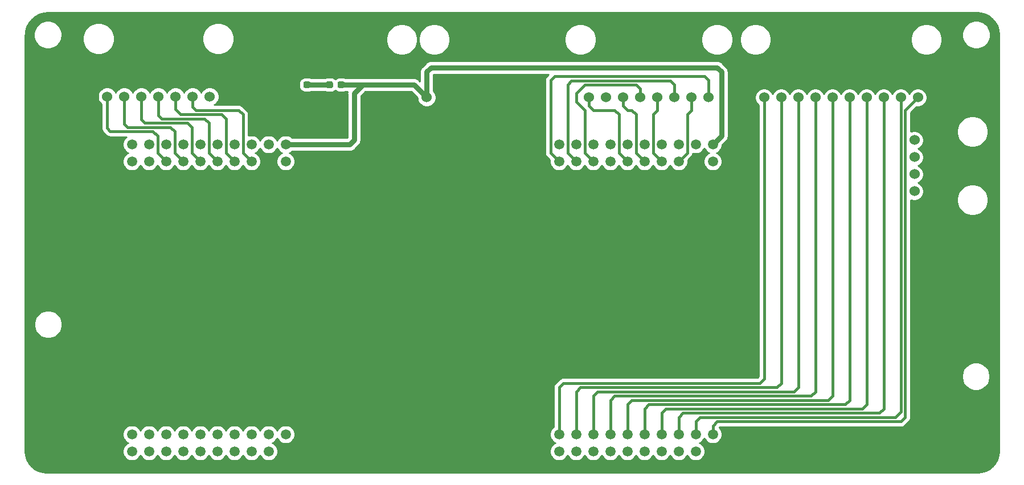
<source format=gbr>
G04 #@! TF.GenerationSoftware,KiCad,Pcbnew,(5.1.4)-1*
G04 #@! TF.CreationDate,2019-11-22T18:54:26-06:00*
G04 #@! TF.ProjectId,Tiva_Breakout_Hardware,54697661-5f42-4726-9561-6b6f75745f48,rev?*
G04 #@! TF.SameCoordinates,Original*
G04 #@! TF.FileFunction,Copper,L1,Top*
G04 #@! TF.FilePolarity,Positive*
%FSLAX46Y46*%
G04 Gerber Fmt 4.6, Leading zero omitted, Abs format (unit mm)*
G04 Created by KiCad (PCBNEW (5.1.4)-1) date 2019-11-22 18:54:26*
%MOMM*%
%LPD*%
G04 APERTURE LIST*
%ADD10C,1.520000*%
%ADD11C,1.524000*%
%ADD12C,0.100000*%
%ADD13C,0.950000*%
%ADD14C,0.800000*%
%ADD15C,0.381000*%
%ADD16C,0.762000*%
%ADD17C,0.254000*%
G04 APERTURE END LIST*
D10*
X123901200Y-95631000D03*
X101041200Y-141351000D03*
X103581200Y-141351000D03*
X111201200Y-141351000D03*
X113741200Y-98171000D03*
X108661200Y-141351000D03*
X106121200Y-141351000D03*
X108661200Y-95631000D03*
X103581200Y-98171000D03*
X113741200Y-141351000D03*
X116281200Y-141351000D03*
X103581200Y-95631000D03*
X108661200Y-98171000D03*
X111201200Y-98171000D03*
X123901200Y-98171000D03*
X121361200Y-98171000D03*
X118821200Y-98171000D03*
X116281200Y-98171000D03*
X106121200Y-98171000D03*
X101041200Y-98171000D03*
X121361200Y-95631000D03*
X118821200Y-95631000D03*
X116281200Y-95631000D03*
X113741200Y-95631000D03*
X111201200Y-95631000D03*
X106121200Y-95631000D03*
X101041200Y-95631000D03*
X123901200Y-138811000D03*
X121361200Y-138811000D03*
X118821200Y-138811000D03*
X116281200Y-138811000D03*
X113741200Y-138811000D03*
X111201200Y-138811000D03*
X108661200Y-138811000D03*
X106121200Y-138811000D03*
X103581200Y-138811000D03*
X101041200Y-138811000D03*
X123901200Y-141351000D03*
X121361200Y-141351000D03*
X118821200Y-141351000D03*
X187401200Y-98171000D03*
X184861200Y-98171000D03*
X182321200Y-98171000D03*
X179781200Y-98171000D03*
X177241200Y-98171000D03*
X174701200Y-98171000D03*
X172161200Y-98171000D03*
X169621200Y-98171000D03*
X167081200Y-98171000D03*
X164541200Y-98171000D03*
X187401200Y-95631000D03*
X184861200Y-95631000D03*
X182321200Y-95631000D03*
X179781200Y-95631000D03*
X177241200Y-95631000D03*
X174701200Y-95631000D03*
X172161200Y-95631000D03*
X169621200Y-95631000D03*
X167081200Y-95631000D03*
X164541200Y-95631000D03*
X187401200Y-138811000D03*
X184861200Y-138811000D03*
X182321200Y-138811000D03*
X179781200Y-138811000D03*
X177241200Y-138811000D03*
X174701200Y-138811000D03*
X172161200Y-138811000D03*
X169621200Y-138811000D03*
X167081200Y-138811000D03*
X164541200Y-138811000D03*
X187401200Y-141351000D03*
X184861200Y-141351000D03*
X182321200Y-141351000D03*
X179781200Y-141351000D03*
X177241200Y-141351000D03*
X174701200Y-141351000D03*
X172161200Y-141351000D03*
X169621200Y-141351000D03*
X167081200Y-141351000D03*
X164541200Y-141351000D03*
D11*
X217373200Y-102616000D03*
X217373200Y-100076000D03*
X217373200Y-97536000D03*
X217373200Y-94996000D03*
X168986200Y-88646000D03*
X171526200Y-88646000D03*
X174066200Y-88646000D03*
X176606200Y-88646000D03*
X179146200Y-88646000D03*
X181686200Y-88646000D03*
X184226200Y-88646000D03*
X186766200Y-88646000D03*
X217881200Y-88646000D03*
X215341200Y-88646000D03*
X212801200Y-88646000D03*
X210261200Y-88646000D03*
X207721200Y-88646000D03*
X205181200Y-88646000D03*
X202641200Y-88646000D03*
X200101200Y-88646000D03*
X197561200Y-88646000D03*
X195021200Y-88646000D03*
D12*
G36*
X125636979Y-86267144D02*
G01*
X125660034Y-86270563D01*
X125682643Y-86276227D01*
X125704587Y-86284079D01*
X125725657Y-86294044D01*
X125745648Y-86306026D01*
X125764368Y-86319910D01*
X125781638Y-86335562D01*
X125797290Y-86352832D01*
X125811174Y-86371552D01*
X125823156Y-86391543D01*
X125833121Y-86412613D01*
X125840973Y-86434557D01*
X125846637Y-86457166D01*
X125850056Y-86480221D01*
X125851200Y-86503500D01*
X125851200Y-86978500D01*
X125850056Y-87001779D01*
X125846637Y-87024834D01*
X125840973Y-87047443D01*
X125833121Y-87069387D01*
X125823156Y-87090457D01*
X125811174Y-87110448D01*
X125797290Y-87129168D01*
X125781638Y-87146438D01*
X125764368Y-87162090D01*
X125745648Y-87175974D01*
X125725657Y-87187956D01*
X125704587Y-87197921D01*
X125682643Y-87205773D01*
X125660034Y-87211437D01*
X125636979Y-87214856D01*
X125613700Y-87216000D01*
X125038700Y-87216000D01*
X125015421Y-87214856D01*
X124992366Y-87211437D01*
X124969757Y-87205773D01*
X124947813Y-87197921D01*
X124926743Y-87187956D01*
X124906752Y-87175974D01*
X124888032Y-87162090D01*
X124870762Y-87146438D01*
X124855110Y-87129168D01*
X124841226Y-87110448D01*
X124829244Y-87090457D01*
X124819279Y-87069387D01*
X124811427Y-87047443D01*
X124805763Y-87024834D01*
X124802344Y-87001779D01*
X124801200Y-86978500D01*
X124801200Y-86503500D01*
X124802344Y-86480221D01*
X124805763Y-86457166D01*
X124811427Y-86434557D01*
X124819279Y-86412613D01*
X124829244Y-86391543D01*
X124841226Y-86371552D01*
X124855110Y-86352832D01*
X124870762Y-86335562D01*
X124888032Y-86319910D01*
X124906752Y-86306026D01*
X124926743Y-86294044D01*
X124947813Y-86284079D01*
X124969757Y-86276227D01*
X124992366Y-86270563D01*
X125015421Y-86267144D01*
X125038700Y-86266000D01*
X125613700Y-86266000D01*
X125636979Y-86267144D01*
X125636979Y-86267144D01*
G37*
D13*
X125326200Y-86741000D03*
D12*
G36*
X127386979Y-86267144D02*
G01*
X127410034Y-86270563D01*
X127432643Y-86276227D01*
X127454587Y-86284079D01*
X127475657Y-86294044D01*
X127495648Y-86306026D01*
X127514368Y-86319910D01*
X127531638Y-86335562D01*
X127547290Y-86352832D01*
X127561174Y-86371552D01*
X127573156Y-86391543D01*
X127583121Y-86412613D01*
X127590973Y-86434557D01*
X127596637Y-86457166D01*
X127600056Y-86480221D01*
X127601200Y-86503500D01*
X127601200Y-86978500D01*
X127600056Y-87001779D01*
X127596637Y-87024834D01*
X127590973Y-87047443D01*
X127583121Y-87069387D01*
X127573156Y-87090457D01*
X127561174Y-87110448D01*
X127547290Y-87129168D01*
X127531638Y-87146438D01*
X127514368Y-87162090D01*
X127495648Y-87175974D01*
X127475657Y-87187956D01*
X127454587Y-87197921D01*
X127432643Y-87205773D01*
X127410034Y-87211437D01*
X127386979Y-87214856D01*
X127363700Y-87216000D01*
X126788700Y-87216000D01*
X126765421Y-87214856D01*
X126742366Y-87211437D01*
X126719757Y-87205773D01*
X126697813Y-87197921D01*
X126676743Y-87187956D01*
X126656752Y-87175974D01*
X126638032Y-87162090D01*
X126620762Y-87146438D01*
X126605110Y-87129168D01*
X126591226Y-87110448D01*
X126579244Y-87090457D01*
X126569279Y-87069387D01*
X126561427Y-87047443D01*
X126555763Y-87024834D01*
X126552344Y-87001779D01*
X126551200Y-86978500D01*
X126551200Y-86503500D01*
X126552344Y-86480221D01*
X126555763Y-86457166D01*
X126561427Y-86434557D01*
X126569279Y-86412613D01*
X126579244Y-86391543D01*
X126591226Y-86371552D01*
X126605110Y-86352832D01*
X126620762Y-86335562D01*
X126638032Y-86319910D01*
X126656752Y-86306026D01*
X126676743Y-86294044D01*
X126697813Y-86284079D01*
X126719757Y-86276227D01*
X126742366Y-86270563D01*
X126765421Y-86267144D01*
X126788700Y-86266000D01*
X127363700Y-86266000D01*
X127386979Y-86267144D01*
X127386979Y-86267144D01*
G37*
D13*
X127076200Y-86741000D03*
D12*
G36*
X130716979Y-86267144D02*
G01*
X130740034Y-86270563D01*
X130762643Y-86276227D01*
X130784587Y-86284079D01*
X130805657Y-86294044D01*
X130825648Y-86306026D01*
X130844368Y-86319910D01*
X130861638Y-86335562D01*
X130877290Y-86352832D01*
X130891174Y-86371552D01*
X130903156Y-86391543D01*
X130913121Y-86412613D01*
X130920973Y-86434557D01*
X130926637Y-86457166D01*
X130930056Y-86480221D01*
X130931200Y-86503500D01*
X130931200Y-86978500D01*
X130930056Y-87001779D01*
X130926637Y-87024834D01*
X130920973Y-87047443D01*
X130913121Y-87069387D01*
X130903156Y-87090457D01*
X130891174Y-87110448D01*
X130877290Y-87129168D01*
X130861638Y-87146438D01*
X130844368Y-87162090D01*
X130825648Y-87175974D01*
X130805657Y-87187956D01*
X130784587Y-87197921D01*
X130762643Y-87205773D01*
X130740034Y-87211437D01*
X130716979Y-87214856D01*
X130693700Y-87216000D01*
X130118700Y-87216000D01*
X130095421Y-87214856D01*
X130072366Y-87211437D01*
X130049757Y-87205773D01*
X130027813Y-87197921D01*
X130006743Y-87187956D01*
X129986752Y-87175974D01*
X129968032Y-87162090D01*
X129950762Y-87146438D01*
X129935110Y-87129168D01*
X129921226Y-87110448D01*
X129909244Y-87090457D01*
X129899279Y-87069387D01*
X129891427Y-87047443D01*
X129885763Y-87024834D01*
X129882344Y-87001779D01*
X129881200Y-86978500D01*
X129881200Y-86503500D01*
X129882344Y-86480221D01*
X129885763Y-86457166D01*
X129891427Y-86434557D01*
X129899279Y-86412613D01*
X129909244Y-86391543D01*
X129921226Y-86371552D01*
X129935110Y-86352832D01*
X129950762Y-86335562D01*
X129968032Y-86319910D01*
X129986752Y-86306026D01*
X130006743Y-86294044D01*
X130027813Y-86284079D01*
X130049757Y-86276227D01*
X130072366Y-86270563D01*
X130095421Y-86267144D01*
X130118700Y-86266000D01*
X130693700Y-86266000D01*
X130716979Y-86267144D01*
X130716979Y-86267144D01*
G37*
D13*
X130406200Y-86741000D03*
D12*
G36*
X132466979Y-86267144D02*
G01*
X132490034Y-86270563D01*
X132512643Y-86276227D01*
X132534587Y-86284079D01*
X132555657Y-86294044D01*
X132575648Y-86306026D01*
X132594368Y-86319910D01*
X132611638Y-86335562D01*
X132627290Y-86352832D01*
X132641174Y-86371552D01*
X132653156Y-86391543D01*
X132663121Y-86412613D01*
X132670973Y-86434557D01*
X132676637Y-86457166D01*
X132680056Y-86480221D01*
X132681200Y-86503500D01*
X132681200Y-86978500D01*
X132680056Y-87001779D01*
X132676637Y-87024834D01*
X132670973Y-87047443D01*
X132663121Y-87069387D01*
X132653156Y-87090457D01*
X132641174Y-87110448D01*
X132627290Y-87129168D01*
X132611638Y-87146438D01*
X132594368Y-87162090D01*
X132575648Y-87175974D01*
X132555657Y-87187956D01*
X132534587Y-87197921D01*
X132512643Y-87205773D01*
X132490034Y-87211437D01*
X132466979Y-87214856D01*
X132443700Y-87216000D01*
X131868700Y-87216000D01*
X131845421Y-87214856D01*
X131822366Y-87211437D01*
X131799757Y-87205773D01*
X131777813Y-87197921D01*
X131756743Y-87187956D01*
X131736752Y-87175974D01*
X131718032Y-87162090D01*
X131700762Y-87146438D01*
X131685110Y-87129168D01*
X131671226Y-87110448D01*
X131659244Y-87090457D01*
X131649279Y-87069387D01*
X131641427Y-87047443D01*
X131635763Y-87024834D01*
X131632344Y-87001779D01*
X131631200Y-86978500D01*
X131631200Y-86503500D01*
X131632344Y-86480221D01*
X131635763Y-86457166D01*
X131641427Y-86434557D01*
X131649279Y-86412613D01*
X131659244Y-86391543D01*
X131671226Y-86371552D01*
X131685110Y-86352832D01*
X131700762Y-86335562D01*
X131718032Y-86319910D01*
X131736752Y-86306026D01*
X131756743Y-86294044D01*
X131777813Y-86284079D01*
X131799757Y-86276227D01*
X131822366Y-86270563D01*
X131845421Y-86267144D01*
X131868700Y-86266000D01*
X132443700Y-86266000D01*
X132466979Y-86267144D01*
X132466979Y-86267144D01*
G37*
D13*
X132156200Y-86741000D03*
D11*
X144856200Y-88646000D03*
X142316200Y-88646000D03*
X112598200Y-88519000D03*
X110058200Y-88519000D03*
X107518200Y-88519000D03*
X104978200Y-88519000D03*
X102438200Y-88519000D03*
X99898200Y-88519000D03*
X97358200Y-88519000D03*
D14*
X122631200Y-86741000D03*
D15*
X122631200Y-86741000D02*
X122631200Y-86741000D01*
D16*
X125326200Y-86741000D02*
X122631200Y-86741000D01*
X144856200Y-88646000D02*
X142951200Y-86741000D01*
X135331200Y-86741000D02*
X132156200Y-86741000D01*
X142951200Y-86741000D02*
X135331200Y-86741000D01*
X133426200Y-95631000D02*
X123901200Y-95631000D01*
X134061200Y-94996000D02*
X133426200Y-95631000D01*
X135331200Y-86741000D02*
X134061200Y-88011000D01*
X134061200Y-88011000D02*
X134061200Y-94996000D01*
X144856200Y-85471000D02*
X144856200Y-88646000D01*
X188671200Y-94361000D02*
X188671200Y-84836000D01*
X187401200Y-95631000D02*
X188671200Y-94361000D01*
X188671200Y-84836000D02*
X188036200Y-84201000D01*
X188036200Y-84201000D02*
X145491200Y-84201000D01*
X145491200Y-84201000D02*
X144856200Y-84836000D01*
X144856200Y-84836000D02*
X144856200Y-85471000D01*
D15*
X110058200Y-90043000D02*
X110058200Y-88519000D01*
X110566200Y-90551000D02*
X110058200Y-90043000D01*
X116916200Y-90551000D02*
X110566200Y-90551000D01*
X117551200Y-91186000D02*
X116916200Y-90551000D01*
X118821200Y-98171000D02*
X117551200Y-96901000D01*
X117551200Y-96901000D02*
X117551200Y-91186000D01*
X107518200Y-90424000D02*
X107518200Y-88519000D01*
X108280200Y-91186000D02*
X107518200Y-90424000D01*
X114376200Y-91186000D02*
X108280200Y-91186000D01*
X115011200Y-91821000D02*
X114376200Y-91186000D01*
X115011200Y-96901000D02*
X115011200Y-91821000D01*
X116281200Y-98171000D02*
X115011200Y-96901000D01*
X104978200Y-91313000D02*
X104978200Y-88519000D01*
X105486200Y-91821000D02*
X104978200Y-91313000D01*
X111836200Y-91821000D02*
X105486200Y-91821000D01*
X112471200Y-92456000D02*
X111836200Y-91821000D01*
X113741200Y-98171000D02*
X112471200Y-96901000D01*
X112471200Y-96901000D02*
X112471200Y-92456000D01*
X102438200Y-91948000D02*
X102438200Y-88519000D01*
X102946200Y-92456000D02*
X102438200Y-91948000D01*
X109296200Y-92456000D02*
X102946200Y-92456000D01*
X109931200Y-93091000D02*
X109296200Y-92456000D01*
X111201200Y-98171000D02*
X109931200Y-96901000D01*
X109931200Y-96901000D02*
X109931200Y-93091000D01*
X99898200Y-92583000D02*
X99898200Y-88519000D01*
X100406200Y-93091000D02*
X99898200Y-92583000D01*
X106756200Y-93091000D02*
X100406200Y-93091000D01*
X107391200Y-93726000D02*
X106756200Y-93091000D01*
X108661200Y-98171000D02*
X107391200Y-96901000D01*
X107391200Y-96901000D02*
X107391200Y-93726000D01*
X97358200Y-93218000D02*
X97358200Y-88519000D01*
X97812210Y-93672010D02*
X97358200Y-93218000D01*
X104162210Y-93672010D02*
X97812210Y-93672010D01*
X104851200Y-94361000D02*
X104162210Y-93672010D01*
X106121200Y-98171000D02*
X104851200Y-96901000D01*
X104851200Y-96901000D02*
X104851200Y-94361000D01*
X187401200Y-137541000D02*
X188036200Y-136906000D01*
X187401200Y-138811000D02*
X187401200Y-137541000D01*
X188036200Y-136906000D02*
X215341200Y-136906000D01*
X215341200Y-136906000D02*
X215976200Y-136271000D01*
X215976200Y-136271000D02*
X215976200Y-91186000D01*
X215976200Y-90551000D02*
X217881200Y-88646000D01*
X215976200Y-91186000D02*
X215976200Y-90551000D01*
X215341200Y-135449328D02*
X215341200Y-88646000D01*
X214519528Y-136271000D02*
X215341200Y-135449328D01*
X185496200Y-136271000D02*
X214519528Y-136271000D01*
X184861200Y-138811000D02*
X184861200Y-136906000D01*
X184861200Y-136906000D02*
X185496200Y-136271000D01*
X212801200Y-135001000D02*
X212801200Y-88646000D01*
X212166200Y-135636000D02*
X212801200Y-135001000D01*
X182956200Y-135636000D02*
X212166200Y-135636000D01*
X182321200Y-138811000D02*
X182321200Y-136271000D01*
X182321200Y-136271000D02*
X182956200Y-135636000D01*
X210261200Y-134366000D02*
X210261200Y-88646000D01*
X209626200Y-135001000D02*
X210261200Y-134366000D01*
X180416200Y-135001000D02*
X209626200Y-135001000D01*
X179781200Y-138811000D02*
X179781200Y-135636000D01*
X179781200Y-135636000D02*
X180416200Y-135001000D01*
X207721200Y-133731000D02*
X207721200Y-88646000D01*
X207086200Y-134366000D02*
X207721200Y-133731000D01*
X177876200Y-134366000D02*
X207086200Y-134366000D01*
X177241200Y-138811000D02*
X177241200Y-135001000D01*
X177241200Y-135001000D02*
X177876200Y-134366000D01*
X205181200Y-133096000D02*
X205181200Y-88646000D01*
X204546200Y-133731000D02*
X205181200Y-133096000D01*
X175336200Y-133731000D02*
X204546200Y-133731000D01*
X174701200Y-138811000D02*
X174701200Y-134366000D01*
X174701200Y-134366000D02*
X175336200Y-133731000D01*
X202641200Y-132461000D02*
X202641200Y-88646000D01*
X202006200Y-133096000D02*
X202641200Y-132461000D01*
X172796200Y-133096000D02*
X202006200Y-133096000D01*
X172161200Y-138811000D02*
X172161200Y-133731000D01*
X172161200Y-133731000D02*
X172796200Y-133096000D01*
X200101200Y-131826000D02*
X200101200Y-88646000D01*
X169621200Y-138811000D02*
X169621200Y-133096000D01*
X169621200Y-133096000D02*
X170256200Y-132461000D01*
X200101200Y-131826000D02*
X199466200Y-132461000D01*
X199466200Y-132461000D02*
X170256200Y-132461000D01*
X197561200Y-131191000D02*
X197561200Y-88646000D01*
X196926200Y-131826000D02*
X197561200Y-131191000D01*
X167716200Y-131826000D02*
X196926200Y-131826000D01*
X167081200Y-138811000D02*
X167081200Y-132461000D01*
X167081200Y-132461000D02*
X167716200Y-131826000D01*
X195021200Y-130556000D02*
X195021200Y-88646000D01*
X194386200Y-131191000D02*
X195021200Y-130556000D01*
X165176200Y-131191000D02*
X194386200Y-131191000D01*
X164541200Y-138811000D02*
X164541200Y-131826000D01*
X164541200Y-131826000D02*
X165176200Y-131191000D01*
D16*
X130406200Y-86741000D02*
X127076200Y-86741000D01*
D15*
X174701200Y-98171000D02*
X173431200Y-96901000D01*
X173431200Y-96901000D02*
X173431200Y-91186000D01*
X173431200Y-91186000D02*
X172796200Y-90551000D01*
X172796200Y-90551000D02*
X169621200Y-90551000D01*
X168986200Y-89916000D02*
X168986200Y-88646000D01*
X169621200Y-90551000D02*
X168986200Y-89916000D01*
X174066200Y-89916000D02*
X174066200Y-88646000D01*
X174701200Y-90551000D02*
X174066200Y-89916000D01*
X175336200Y-90551000D02*
X174701200Y-90551000D01*
X175971200Y-91186000D02*
X175336200Y-90551000D01*
X177241200Y-98171000D02*
X175971200Y-96901000D01*
X175971200Y-96901000D02*
X175971200Y-91186000D01*
X169621200Y-98171000D02*
X168351200Y-96901000D01*
X168351200Y-96901000D02*
X168351200Y-90551000D01*
X168351200Y-90551000D02*
X167081200Y-89281000D01*
X167081200Y-89281000D02*
X167081200Y-88011000D01*
X167081200Y-88011000D02*
X168351200Y-86741000D01*
X168351200Y-86741000D02*
X175971200Y-86741000D01*
X175971200Y-86741000D02*
X176606200Y-87376000D01*
X176606200Y-87376000D02*
X176606200Y-88646000D01*
X179781200Y-98171000D02*
X178511200Y-96901000D01*
X178511200Y-96901000D02*
X178511200Y-91186000D01*
X179146200Y-90551000D02*
X179146200Y-88646000D01*
X178511200Y-91186000D02*
X179146200Y-90551000D01*
X165811200Y-96901000D02*
X165811200Y-86741000D01*
X167081200Y-98171000D02*
X165811200Y-96901000D01*
X166392210Y-86159990D02*
X181105190Y-86159990D01*
X165811200Y-86741000D02*
X166392210Y-86159990D01*
X181686200Y-86741000D02*
X181686200Y-88646000D01*
X181105190Y-86159990D02*
X181686200Y-86741000D01*
X182321200Y-98171000D02*
X183591200Y-96901000D01*
X183591200Y-96901000D02*
X183591200Y-91186000D01*
X184226200Y-90551000D02*
X184226200Y-88646000D01*
X183591200Y-91186000D02*
X184226200Y-90551000D01*
X186766200Y-86106000D02*
X186766200Y-88646000D01*
X186131200Y-85471000D02*
X186766200Y-86106000D01*
X163906200Y-85471000D02*
X186131200Y-85471000D01*
X163271200Y-86106000D02*
X163906200Y-85471000D01*
X164541200Y-98171000D02*
X163271200Y-96901000D01*
X163271200Y-96901000D02*
X163271200Y-86106000D01*
D17*
G36*
X227280091Y-76036515D02*
G01*
X227891765Y-76221190D01*
X228455910Y-76521151D01*
X228951056Y-76924982D01*
X229358333Y-77417297D01*
X229662226Y-77979336D01*
X229851169Y-78589709D01*
X229921200Y-79256012D01*
X229921201Y-141318711D01*
X229858104Y-141962221D01*
X229680594Y-142550164D01*
X229392263Y-143092436D01*
X229004106Y-143568364D01*
X228530886Y-143959845D01*
X227990649Y-144251950D01*
X227403956Y-144433563D01*
X226762330Y-144501000D01*
X88373479Y-144501000D01*
X87729979Y-144437904D01*
X87142036Y-144260394D01*
X86599764Y-143972063D01*
X86123836Y-143583906D01*
X85732355Y-143110686D01*
X85440250Y-142570449D01*
X85258637Y-141983756D01*
X85191200Y-141342130D01*
X85191200Y-138673604D01*
X99646200Y-138673604D01*
X99646200Y-138948396D01*
X99699809Y-139217907D01*
X99804967Y-139471780D01*
X99957633Y-139700261D01*
X100151939Y-139894567D01*
X100380420Y-140047233D01*
X100461940Y-140081000D01*
X100380420Y-140114767D01*
X100151939Y-140267433D01*
X99957633Y-140461739D01*
X99804967Y-140690220D01*
X99699809Y-140944093D01*
X99646200Y-141213604D01*
X99646200Y-141488396D01*
X99699809Y-141757907D01*
X99804967Y-142011780D01*
X99957633Y-142240261D01*
X100151939Y-142434567D01*
X100380420Y-142587233D01*
X100634293Y-142692391D01*
X100903804Y-142746000D01*
X101178596Y-142746000D01*
X101448107Y-142692391D01*
X101701980Y-142587233D01*
X101930461Y-142434567D01*
X102124767Y-142240261D01*
X102277433Y-142011780D01*
X102311200Y-141930260D01*
X102344967Y-142011780D01*
X102497633Y-142240261D01*
X102691939Y-142434567D01*
X102920420Y-142587233D01*
X103174293Y-142692391D01*
X103443804Y-142746000D01*
X103718596Y-142746000D01*
X103988107Y-142692391D01*
X104241980Y-142587233D01*
X104470461Y-142434567D01*
X104664767Y-142240261D01*
X104817433Y-142011780D01*
X104851200Y-141930260D01*
X104884967Y-142011780D01*
X105037633Y-142240261D01*
X105231939Y-142434567D01*
X105460420Y-142587233D01*
X105714293Y-142692391D01*
X105983804Y-142746000D01*
X106258596Y-142746000D01*
X106528107Y-142692391D01*
X106781980Y-142587233D01*
X107010461Y-142434567D01*
X107204767Y-142240261D01*
X107357433Y-142011780D01*
X107391200Y-141930260D01*
X107424967Y-142011780D01*
X107577633Y-142240261D01*
X107771939Y-142434567D01*
X108000420Y-142587233D01*
X108254293Y-142692391D01*
X108523804Y-142746000D01*
X108798596Y-142746000D01*
X109068107Y-142692391D01*
X109321980Y-142587233D01*
X109550461Y-142434567D01*
X109744767Y-142240261D01*
X109897433Y-142011780D01*
X109931200Y-141930260D01*
X109964967Y-142011780D01*
X110117633Y-142240261D01*
X110311939Y-142434567D01*
X110540420Y-142587233D01*
X110794293Y-142692391D01*
X111063804Y-142746000D01*
X111338596Y-142746000D01*
X111608107Y-142692391D01*
X111861980Y-142587233D01*
X112090461Y-142434567D01*
X112284767Y-142240261D01*
X112437433Y-142011780D01*
X112471200Y-141930260D01*
X112504967Y-142011780D01*
X112657633Y-142240261D01*
X112851939Y-142434567D01*
X113080420Y-142587233D01*
X113334293Y-142692391D01*
X113603804Y-142746000D01*
X113878596Y-142746000D01*
X114148107Y-142692391D01*
X114401980Y-142587233D01*
X114630461Y-142434567D01*
X114824767Y-142240261D01*
X114977433Y-142011780D01*
X115011200Y-141930260D01*
X115044967Y-142011780D01*
X115197633Y-142240261D01*
X115391939Y-142434567D01*
X115620420Y-142587233D01*
X115874293Y-142692391D01*
X116143804Y-142746000D01*
X116418596Y-142746000D01*
X116688107Y-142692391D01*
X116941980Y-142587233D01*
X117170461Y-142434567D01*
X117364767Y-142240261D01*
X117517433Y-142011780D01*
X117551200Y-141930260D01*
X117584967Y-142011780D01*
X117737633Y-142240261D01*
X117931939Y-142434567D01*
X118160420Y-142587233D01*
X118414293Y-142692391D01*
X118683804Y-142746000D01*
X118958596Y-142746000D01*
X119228107Y-142692391D01*
X119481980Y-142587233D01*
X119710461Y-142434567D01*
X119904767Y-142240261D01*
X120057433Y-142011780D01*
X120091200Y-141930260D01*
X120124967Y-142011780D01*
X120277633Y-142240261D01*
X120471939Y-142434567D01*
X120700420Y-142587233D01*
X120954293Y-142692391D01*
X121223804Y-142746000D01*
X121498596Y-142746000D01*
X121768107Y-142692391D01*
X122021980Y-142587233D01*
X122250461Y-142434567D01*
X122444767Y-142240261D01*
X122597433Y-142011780D01*
X122702591Y-141757907D01*
X122756200Y-141488396D01*
X122756200Y-141213604D01*
X122702591Y-140944093D01*
X122597433Y-140690220D01*
X122444767Y-140461739D01*
X122250461Y-140267433D01*
X122021980Y-140114767D01*
X121940460Y-140081000D01*
X122021980Y-140047233D01*
X122250461Y-139894567D01*
X122444767Y-139700261D01*
X122597433Y-139471780D01*
X122631200Y-139390260D01*
X122664967Y-139471780D01*
X122817633Y-139700261D01*
X123011939Y-139894567D01*
X123240420Y-140047233D01*
X123494293Y-140152391D01*
X123763804Y-140206000D01*
X124038596Y-140206000D01*
X124308107Y-140152391D01*
X124561980Y-140047233D01*
X124790461Y-139894567D01*
X124984767Y-139700261D01*
X125137433Y-139471780D01*
X125242591Y-139217907D01*
X125296200Y-138948396D01*
X125296200Y-138673604D01*
X163146200Y-138673604D01*
X163146200Y-138948396D01*
X163199809Y-139217907D01*
X163304967Y-139471780D01*
X163457633Y-139700261D01*
X163651939Y-139894567D01*
X163880420Y-140047233D01*
X163961940Y-140081000D01*
X163880420Y-140114767D01*
X163651939Y-140267433D01*
X163457633Y-140461739D01*
X163304967Y-140690220D01*
X163199809Y-140944093D01*
X163146200Y-141213604D01*
X163146200Y-141488396D01*
X163199809Y-141757907D01*
X163304967Y-142011780D01*
X163457633Y-142240261D01*
X163651939Y-142434567D01*
X163880420Y-142587233D01*
X164134293Y-142692391D01*
X164403804Y-142746000D01*
X164678596Y-142746000D01*
X164948107Y-142692391D01*
X165201980Y-142587233D01*
X165430461Y-142434567D01*
X165624767Y-142240261D01*
X165777433Y-142011780D01*
X165811200Y-141930260D01*
X165844967Y-142011780D01*
X165997633Y-142240261D01*
X166191939Y-142434567D01*
X166420420Y-142587233D01*
X166674293Y-142692391D01*
X166943804Y-142746000D01*
X167218596Y-142746000D01*
X167488107Y-142692391D01*
X167741980Y-142587233D01*
X167970461Y-142434567D01*
X168164767Y-142240261D01*
X168317433Y-142011780D01*
X168351200Y-141930260D01*
X168384967Y-142011780D01*
X168537633Y-142240261D01*
X168731939Y-142434567D01*
X168960420Y-142587233D01*
X169214293Y-142692391D01*
X169483804Y-142746000D01*
X169758596Y-142746000D01*
X170028107Y-142692391D01*
X170281980Y-142587233D01*
X170510461Y-142434567D01*
X170704767Y-142240261D01*
X170857433Y-142011780D01*
X170891200Y-141930260D01*
X170924967Y-142011780D01*
X171077633Y-142240261D01*
X171271939Y-142434567D01*
X171500420Y-142587233D01*
X171754293Y-142692391D01*
X172023804Y-142746000D01*
X172298596Y-142746000D01*
X172568107Y-142692391D01*
X172821980Y-142587233D01*
X173050461Y-142434567D01*
X173244767Y-142240261D01*
X173397433Y-142011780D01*
X173431200Y-141930260D01*
X173464967Y-142011780D01*
X173617633Y-142240261D01*
X173811939Y-142434567D01*
X174040420Y-142587233D01*
X174294293Y-142692391D01*
X174563804Y-142746000D01*
X174838596Y-142746000D01*
X175108107Y-142692391D01*
X175361980Y-142587233D01*
X175590461Y-142434567D01*
X175784767Y-142240261D01*
X175937433Y-142011780D01*
X175971200Y-141930260D01*
X176004967Y-142011780D01*
X176157633Y-142240261D01*
X176351939Y-142434567D01*
X176580420Y-142587233D01*
X176834293Y-142692391D01*
X177103804Y-142746000D01*
X177378596Y-142746000D01*
X177648107Y-142692391D01*
X177901980Y-142587233D01*
X178130461Y-142434567D01*
X178324767Y-142240261D01*
X178477433Y-142011780D01*
X178511200Y-141930260D01*
X178544967Y-142011780D01*
X178697633Y-142240261D01*
X178891939Y-142434567D01*
X179120420Y-142587233D01*
X179374293Y-142692391D01*
X179643804Y-142746000D01*
X179918596Y-142746000D01*
X180188107Y-142692391D01*
X180441980Y-142587233D01*
X180670461Y-142434567D01*
X180864767Y-142240261D01*
X181017433Y-142011780D01*
X181051200Y-141930260D01*
X181084967Y-142011780D01*
X181237633Y-142240261D01*
X181431939Y-142434567D01*
X181660420Y-142587233D01*
X181914293Y-142692391D01*
X182183804Y-142746000D01*
X182458596Y-142746000D01*
X182728107Y-142692391D01*
X182981980Y-142587233D01*
X183210461Y-142434567D01*
X183404767Y-142240261D01*
X183557433Y-142011780D01*
X183591200Y-141930260D01*
X183624967Y-142011780D01*
X183777633Y-142240261D01*
X183971939Y-142434567D01*
X184200420Y-142587233D01*
X184454293Y-142692391D01*
X184723804Y-142746000D01*
X184998596Y-142746000D01*
X185268107Y-142692391D01*
X185521980Y-142587233D01*
X185750461Y-142434567D01*
X185944767Y-142240261D01*
X186097433Y-142011780D01*
X186202591Y-141757907D01*
X186256200Y-141488396D01*
X186256200Y-141213604D01*
X186202591Y-140944093D01*
X186097433Y-140690220D01*
X185944767Y-140461739D01*
X185750461Y-140267433D01*
X185521980Y-140114767D01*
X185440460Y-140081000D01*
X185521980Y-140047233D01*
X185750461Y-139894567D01*
X185944767Y-139700261D01*
X186097433Y-139471780D01*
X186131200Y-139390260D01*
X186164967Y-139471780D01*
X186317633Y-139700261D01*
X186511939Y-139894567D01*
X186740420Y-140047233D01*
X186994293Y-140152391D01*
X187263804Y-140206000D01*
X187538596Y-140206000D01*
X187808107Y-140152391D01*
X188061980Y-140047233D01*
X188290461Y-139894567D01*
X188484767Y-139700261D01*
X188637433Y-139471780D01*
X188742591Y-139217907D01*
X188796200Y-138948396D01*
X188796200Y-138673604D01*
X188742591Y-138404093D01*
X188637433Y-138150220D01*
X188484767Y-137921739D01*
X188336331Y-137773303D01*
X188378133Y-137731500D01*
X215300650Y-137731500D01*
X215341200Y-137735494D01*
X215381750Y-137731500D01*
X215381753Y-137731500D01*
X215503026Y-137719556D01*
X215658634Y-137672353D01*
X215802042Y-137595699D01*
X215927741Y-137492541D01*
X215953597Y-137461035D01*
X216531245Y-136883388D01*
X216562741Y-136857541D01*
X216588589Y-136826045D01*
X216588592Y-136826042D01*
X216665899Y-136731843D01*
X216742553Y-136588434D01*
X216779846Y-136465494D01*
X216789756Y-136432826D01*
X216801700Y-136311553D01*
X216801700Y-136311551D01*
X216805694Y-136271000D01*
X216801700Y-136230447D01*
X216801700Y-129967360D01*
X224409000Y-129967360D01*
X224409000Y-130382640D01*
X224490017Y-130789939D01*
X224648937Y-131173607D01*
X224879654Y-131518899D01*
X225173301Y-131812546D01*
X225518593Y-132043263D01*
X225902261Y-132202183D01*
X226309560Y-132283200D01*
X226724840Y-132283200D01*
X227132139Y-132202183D01*
X227515807Y-132043263D01*
X227861099Y-131812546D01*
X228154746Y-131518899D01*
X228385463Y-131173607D01*
X228544383Y-130789939D01*
X228625400Y-130382640D01*
X228625400Y-129967360D01*
X228544383Y-129560061D01*
X228385463Y-129176393D01*
X228154746Y-128831101D01*
X227861099Y-128537454D01*
X227515807Y-128306737D01*
X227132139Y-128147817D01*
X226724840Y-128066800D01*
X226309560Y-128066800D01*
X225902261Y-128147817D01*
X225518593Y-128306737D01*
X225173301Y-128537454D01*
X224879654Y-128831101D01*
X224648937Y-129176393D01*
X224490017Y-129560061D01*
X224409000Y-129967360D01*
X216801700Y-129967360D01*
X216801700Y-103891378D01*
X216965710Y-103959314D01*
X217235608Y-104013000D01*
X217510792Y-104013000D01*
X217780690Y-103959314D01*
X218034927Y-103854005D01*
X218263735Y-103701120D01*
X218311295Y-103653560D01*
X223649200Y-103653560D01*
X223649200Y-104118440D01*
X223739894Y-104574387D01*
X223917795Y-105003879D01*
X224176068Y-105390412D01*
X224504788Y-105719132D01*
X224891321Y-105977405D01*
X225320813Y-106155306D01*
X225776760Y-106246000D01*
X226241640Y-106246000D01*
X226697587Y-106155306D01*
X227127079Y-105977405D01*
X227513612Y-105719132D01*
X227842332Y-105390412D01*
X228100605Y-105003879D01*
X228278506Y-104574387D01*
X228369200Y-104118440D01*
X228369200Y-103653560D01*
X228278506Y-103197613D01*
X228100605Y-102768121D01*
X227842332Y-102381588D01*
X227513612Y-102052868D01*
X227127079Y-101794595D01*
X226697587Y-101616694D01*
X226241640Y-101526000D01*
X225776760Y-101526000D01*
X225320813Y-101616694D01*
X224891321Y-101794595D01*
X224504788Y-102052868D01*
X224176068Y-102381588D01*
X223917795Y-102768121D01*
X223739894Y-103197613D01*
X223649200Y-103653560D01*
X218311295Y-103653560D01*
X218458320Y-103506535D01*
X218611205Y-103277727D01*
X218716514Y-103023490D01*
X218770200Y-102753592D01*
X218770200Y-102478408D01*
X218716514Y-102208510D01*
X218611205Y-101954273D01*
X218458320Y-101725465D01*
X218263735Y-101530880D01*
X218034927Y-101377995D01*
X217957685Y-101346000D01*
X218034927Y-101314005D01*
X218263735Y-101161120D01*
X218458320Y-100966535D01*
X218611205Y-100737727D01*
X218716514Y-100483490D01*
X218770200Y-100213592D01*
X218770200Y-99938408D01*
X218716514Y-99668510D01*
X218611205Y-99414273D01*
X218458320Y-99185465D01*
X218263735Y-98990880D01*
X218034927Y-98837995D01*
X217957685Y-98806000D01*
X218034927Y-98774005D01*
X218263735Y-98621120D01*
X218458320Y-98426535D01*
X218611205Y-98197727D01*
X218716514Y-97943490D01*
X218770200Y-97673592D01*
X218770200Y-97398408D01*
X218716514Y-97128510D01*
X218611205Y-96874273D01*
X218458320Y-96645465D01*
X218263735Y-96450880D01*
X218034927Y-96297995D01*
X217957685Y-96266000D01*
X218034927Y-96234005D01*
X218263735Y-96081120D01*
X218458320Y-95886535D01*
X218611205Y-95657727D01*
X218716514Y-95403490D01*
X218770200Y-95133592D01*
X218770200Y-94858408D01*
X218716514Y-94588510D01*
X218611205Y-94334273D01*
X218458320Y-94105465D01*
X218263735Y-93910880D01*
X218034927Y-93757995D01*
X217780690Y-93652686D01*
X217510792Y-93599000D01*
X217235608Y-93599000D01*
X216965710Y-93652686D01*
X216801700Y-93720622D01*
X216801700Y-93493560D01*
X223649200Y-93493560D01*
X223649200Y-93958440D01*
X223739894Y-94414387D01*
X223917795Y-94843879D01*
X224176068Y-95230412D01*
X224504788Y-95559132D01*
X224891321Y-95817405D01*
X225320813Y-95995306D01*
X225776760Y-96086000D01*
X226241640Y-96086000D01*
X226697587Y-95995306D01*
X227127079Y-95817405D01*
X227513612Y-95559132D01*
X227842332Y-95230412D01*
X228100605Y-94843879D01*
X228278506Y-94414387D01*
X228369200Y-93958440D01*
X228369200Y-93493560D01*
X228278506Y-93037613D01*
X228100605Y-92608121D01*
X227842332Y-92221588D01*
X227513612Y-91892868D01*
X227127079Y-91634595D01*
X226697587Y-91456694D01*
X226241640Y-91366000D01*
X225776760Y-91366000D01*
X225320813Y-91456694D01*
X224891321Y-91634595D01*
X224504788Y-91892868D01*
X224176068Y-92221588D01*
X223917795Y-92608121D01*
X223739894Y-93037613D01*
X223649200Y-93493560D01*
X216801700Y-93493560D01*
X216801700Y-90892932D01*
X217666893Y-90027740D01*
X217743608Y-90043000D01*
X218018792Y-90043000D01*
X218288690Y-89989314D01*
X218542927Y-89884005D01*
X218771735Y-89731120D01*
X218966320Y-89536535D01*
X219119205Y-89307727D01*
X219224514Y-89053490D01*
X219278200Y-88783592D01*
X219278200Y-88508408D01*
X219224514Y-88238510D01*
X219119205Y-87984273D01*
X218966320Y-87755465D01*
X218771735Y-87560880D01*
X218542927Y-87407995D01*
X218288690Y-87302686D01*
X218018792Y-87249000D01*
X217743608Y-87249000D01*
X217473710Y-87302686D01*
X217219473Y-87407995D01*
X216990665Y-87560880D01*
X216796080Y-87755465D01*
X216643195Y-87984273D01*
X216611200Y-88061515D01*
X216579205Y-87984273D01*
X216426320Y-87755465D01*
X216231735Y-87560880D01*
X216002927Y-87407995D01*
X215748690Y-87302686D01*
X215478792Y-87249000D01*
X215203608Y-87249000D01*
X214933710Y-87302686D01*
X214679473Y-87407995D01*
X214450665Y-87560880D01*
X214256080Y-87755465D01*
X214103195Y-87984273D01*
X214071200Y-88061515D01*
X214039205Y-87984273D01*
X213886320Y-87755465D01*
X213691735Y-87560880D01*
X213462927Y-87407995D01*
X213208690Y-87302686D01*
X212938792Y-87249000D01*
X212663608Y-87249000D01*
X212393710Y-87302686D01*
X212139473Y-87407995D01*
X211910665Y-87560880D01*
X211716080Y-87755465D01*
X211563195Y-87984273D01*
X211531200Y-88061515D01*
X211499205Y-87984273D01*
X211346320Y-87755465D01*
X211151735Y-87560880D01*
X210922927Y-87407995D01*
X210668690Y-87302686D01*
X210398792Y-87249000D01*
X210123608Y-87249000D01*
X209853710Y-87302686D01*
X209599473Y-87407995D01*
X209370665Y-87560880D01*
X209176080Y-87755465D01*
X209023195Y-87984273D01*
X208991200Y-88061515D01*
X208959205Y-87984273D01*
X208806320Y-87755465D01*
X208611735Y-87560880D01*
X208382927Y-87407995D01*
X208128690Y-87302686D01*
X207858792Y-87249000D01*
X207583608Y-87249000D01*
X207313710Y-87302686D01*
X207059473Y-87407995D01*
X206830665Y-87560880D01*
X206636080Y-87755465D01*
X206483195Y-87984273D01*
X206451200Y-88061515D01*
X206419205Y-87984273D01*
X206266320Y-87755465D01*
X206071735Y-87560880D01*
X205842927Y-87407995D01*
X205588690Y-87302686D01*
X205318792Y-87249000D01*
X205043608Y-87249000D01*
X204773710Y-87302686D01*
X204519473Y-87407995D01*
X204290665Y-87560880D01*
X204096080Y-87755465D01*
X203943195Y-87984273D01*
X203911200Y-88061515D01*
X203879205Y-87984273D01*
X203726320Y-87755465D01*
X203531735Y-87560880D01*
X203302927Y-87407995D01*
X203048690Y-87302686D01*
X202778792Y-87249000D01*
X202503608Y-87249000D01*
X202233710Y-87302686D01*
X201979473Y-87407995D01*
X201750665Y-87560880D01*
X201556080Y-87755465D01*
X201403195Y-87984273D01*
X201371200Y-88061515D01*
X201339205Y-87984273D01*
X201186320Y-87755465D01*
X200991735Y-87560880D01*
X200762927Y-87407995D01*
X200508690Y-87302686D01*
X200238792Y-87249000D01*
X199963608Y-87249000D01*
X199693710Y-87302686D01*
X199439473Y-87407995D01*
X199210665Y-87560880D01*
X199016080Y-87755465D01*
X198863195Y-87984273D01*
X198831200Y-88061515D01*
X198799205Y-87984273D01*
X198646320Y-87755465D01*
X198451735Y-87560880D01*
X198222927Y-87407995D01*
X197968690Y-87302686D01*
X197698792Y-87249000D01*
X197423608Y-87249000D01*
X197153710Y-87302686D01*
X196899473Y-87407995D01*
X196670665Y-87560880D01*
X196476080Y-87755465D01*
X196323195Y-87984273D01*
X196291200Y-88061515D01*
X196259205Y-87984273D01*
X196106320Y-87755465D01*
X195911735Y-87560880D01*
X195682927Y-87407995D01*
X195428690Y-87302686D01*
X195158792Y-87249000D01*
X194883608Y-87249000D01*
X194613710Y-87302686D01*
X194359473Y-87407995D01*
X194130665Y-87560880D01*
X193936080Y-87755465D01*
X193783195Y-87984273D01*
X193677886Y-88238510D01*
X193624200Y-88508408D01*
X193624200Y-88783592D01*
X193677886Y-89053490D01*
X193783195Y-89307727D01*
X193936080Y-89536535D01*
X194130665Y-89731120D01*
X194195701Y-89774576D01*
X194195700Y-130214067D01*
X194044267Y-130365500D01*
X165216750Y-130365500D01*
X165176200Y-130361506D01*
X165135649Y-130365500D01*
X165135647Y-130365500D01*
X165014374Y-130377444D01*
X164858766Y-130424647D01*
X164715357Y-130501301D01*
X164621158Y-130578608D01*
X164621155Y-130578611D01*
X164589659Y-130604459D01*
X164563810Y-130635956D01*
X163986161Y-131213607D01*
X163954660Y-131239459D01*
X163928809Y-131270959D01*
X163851501Y-131365158D01*
X163774847Y-131508567D01*
X163727645Y-131664174D01*
X163711706Y-131826000D01*
X163715701Y-131866560D01*
X163715700Y-137684829D01*
X163651939Y-137727433D01*
X163457633Y-137921739D01*
X163304967Y-138150220D01*
X163199809Y-138404093D01*
X163146200Y-138673604D01*
X125296200Y-138673604D01*
X125242591Y-138404093D01*
X125137433Y-138150220D01*
X124984767Y-137921739D01*
X124790461Y-137727433D01*
X124561980Y-137574767D01*
X124308107Y-137469609D01*
X124038596Y-137416000D01*
X123763804Y-137416000D01*
X123494293Y-137469609D01*
X123240420Y-137574767D01*
X123011939Y-137727433D01*
X122817633Y-137921739D01*
X122664967Y-138150220D01*
X122631200Y-138231740D01*
X122597433Y-138150220D01*
X122444767Y-137921739D01*
X122250461Y-137727433D01*
X122021980Y-137574767D01*
X121768107Y-137469609D01*
X121498596Y-137416000D01*
X121223804Y-137416000D01*
X120954293Y-137469609D01*
X120700420Y-137574767D01*
X120471939Y-137727433D01*
X120277633Y-137921739D01*
X120124967Y-138150220D01*
X120091200Y-138231740D01*
X120057433Y-138150220D01*
X119904767Y-137921739D01*
X119710461Y-137727433D01*
X119481980Y-137574767D01*
X119228107Y-137469609D01*
X118958596Y-137416000D01*
X118683804Y-137416000D01*
X118414293Y-137469609D01*
X118160420Y-137574767D01*
X117931939Y-137727433D01*
X117737633Y-137921739D01*
X117584967Y-138150220D01*
X117551200Y-138231740D01*
X117517433Y-138150220D01*
X117364767Y-137921739D01*
X117170461Y-137727433D01*
X116941980Y-137574767D01*
X116688107Y-137469609D01*
X116418596Y-137416000D01*
X116143804Y-137416000D01*
X115874293Y-137469609D01*
X115620420Y-137574767D01*
X115391939Y-137727433D01*
X115197633Y-137921739D01*
X115044967Y-138150220D01*
X115011200Y-138231740D01*
X114977433Y-138150220D01*
X114824767Y-137921739D01*
X114630461Y-137727433D01*
X114401980Y-137574767D01*
X114148107Y-137469609D01*
X113878596Y-137416000D01*
X113603804Y-137416000D01*
X113334293Y-137469609D01*
X113080420Y-137574767D01*
X112851939Y-137727433D01*
X112657633Y-137921739D01*
X112504967Y-138150220D01*
X112471200Y-138231740D01*
X112437433Y-138150220D01*
X112284767Y-137921739D01*
X112090461Y-137727433D01*
X111861980Y-137574767D01*
X111608107Y-137469609D01*
X111338596Y-137416000D01*
X111063804Y-137416000D01*
X110794293Y-137469609D01*
X110540420Y-137574767D01*
X110311939Y-137727433D01*
X110117633Y-137921739D01*
X109964967Y-138150220D01*
X109931200Y-138231740D01*
X109897433Y-138150220D01*
X109744767Y-137921739D01*
X109550461Y-137727433D01*
X109321980Y-137574767D01*
X109068107Y-137469609D01*
X108798596Y-137416000D01*
X108523804Y-137416000D01*
X108254293Y-137469609D01*
X108000420Y-137574767D01*
X107771939Y-137727433D01*
X107577633Y-137921739D01*
X107424967Y-138150220D01*
X107391200Y-138231740D01*
X107357433Y-138150220D01*
X107204767Y-137921739D01*
X107010461Y-137727433D01*
X106781980Y-137574767D01*
X106528107Y-137469609D01*
X106258596Y-137416000D01*
X105983804Y-137416000D01*
X105714293Y-137469609D01*
X105460420Y-137574767D01*
X105231939Y-137727433D01*
X105037633Y-137921739D01*
X104884967Y-138150220D01*
X104851200Y-138231740D01*
X104817433Y-138150220D01*
X104664767Y-137921739D01*
X104470461Y-137727433D01*
X104241980Y-137574767D01*
X103988107Y-137469609D01*
X103718596Y-137416000D01*
X103443804Y-137416000D01*
X103174293Y-137469609D01*
X102920420Y-137574767D01*
X102691939Y-137727433D01*
X102497633Y-137921739D01*
X102344967Y-138150220D01*
X102311200Y-138231740D01*
X102277433Y-138150220D01*
X102124767Y-137921739D01*
X101930461Y-137727433D01*
X101701980Y-137574767D01*
X101448107Y-137469609D01*
X101178596Y-137416000D01*
X100903804Y-137416000D01*
X100634293Y-137469609D01*
X100380420Y-137574767D01*
X100151939Y-137727433D01*
X99957633Y-137921739D01*
X99804967Y-138150220D01*
X99699809Y-138404093D01*
X99646200Y-138673604D01*
X85191200Y-138673604D01*
X85191200Y-122220360D01*
X86487000Y-122220360D01*
X86487000Y-122635640D01*
X86568017Y-123042939D01*
X86726937Y-123426607D01*
X86957654Y-123771899D01*
X87251301Y-124065546D01*
X87596593Y-124296263D01*
X87980261Y-124455183D01*
X88387560Y-124536200D01*
X88802840Y-124536200D01*
X89210139Y-124455183D01*
X89593807Y-124296263D01*
X89939099Y-124065546D01*
X90232746Y-123771899D01*
X90463463Y-123426607D01*
X90622383Y-123042939D01*
X90703400Y-122635640D01*
X90703400Y-122220360D01*
X90622383Y-121813061D01*
X90463463Y-121429393D01*
X90232746Y-121084101D01*
X89939099Y-120790454D01*
X89593807Y-120559737D01*
X89210139Y-120400817D01*
X88802840Y-120319800D01*
X88387560Y-120319800D01*
X87980261Y-120400817D01*
X87596593Y-120559737D01*
X87251301Y-120790454D01*
X86957654Y-121084101D01*
X86726937Y-121429393D01*
X86568017Y-121813061D01*
X86487000Y-122220360D01*
X85191200Y-122220360D01*
X85191200Y-88381408D01*
X95961200Y-88381408D01*
X95961200Y-88656592D01*
X96014886Y-88926490D01*
X96120195Y-89180727D01*
X96273080Y-89409535D01*
X96467665Y-89604120D01*
X96532701Y-89647576D01*
X96532700Y-93177449D01*
X96528706Y-93218000D01*
X96532700Y-93258550D01*
X96532700Y-93258552D01*
X96544644Y-93379825D01*
X96590656Y-93531506D01*
X96591847Y-93535433D01*
X96668501Y-93678842D01*
X96673922Y-93685447D01*
X96771659Y-93804541D01*
X96803166Y-93830398D01*
X97199812Y-94227044D01*
X97225669Y-94258551D01*
X97351368Y-94361709D01*
X97494776Y-94438363D01*
X97650384Y-94485566D01*
X97771657Y-94497510D01*
X97771659Y-94497510D01*
X97812209Y-94501504D01*
X97852760Y-94497510D01*
X100226654Y-94497510D01*
X100151939Y-94547433D01*
X99957633Y-94741739D01*
X99804967Y-94970220D01*
X99699809Y-95224093D01*
X99646200Y-95493604D01*
X99646200Y-95768396D01*
X99699809Y-96037907D01*
X99804967Y-96291780D01*
X99957633Y-96520261D01*
X100151939Y-96714567D01*
X100380420Y-96867233D01*
X100461940Y-96901000D01*
X100380420Y-96934767D01*
X100151939Y-97087433D01*
X99957633Y-97281739D01*
X99804967Y-97510220D01*
X99699809Y-97764093D01*
X99646200Y-98033604D01*
X99646200Y-98308396D01*
X99699809Y-98577907D01*
X99804967Y-98831780D01*
X99957633Y-99060261D01*
X100151939Y-99254567D01*
X100380420Y-99407233D01*
X100634293Y-99512391D01*
X100903804Y-99566000D01*
X101178596Y-99566000D01*
X101448107Y-99512391D01*
X101701980Y-99407233D01*
X101930461Y-99254567D01*
X102124767Y-99060261D01*
X102277433Y-98831780D01*
X102311200Y-98750260D01*
X102344967Y-98831780D01*
X102497633Y-99060261D01*
X102691939Y-99254567D01*
X102920420Y-99407233D01*
X103174293Y-99512391D01*
X103443804Y-99566000D01*
X103718596Y-99566000D01*
X103988107Y-99512391D01*
X104241980Y-99407233D01*
X104470461Y-99254567D01*
X104664767Y-99060261D01*
X104817433Y-98831780D01*
X104851200Y-98750260D01*
X104884967Y-98831780D01*
X105037633Y-99060261D01*
X105231939Y-99254567D01*
X105460420Y-99407233D01*
X105714293Y-99512391D01*
X105983804Y-99566000D01*
X106258596Y-99566000D01*
X106528107Y-99512391D01*
X106781980Y-99407233D01*
X107010461Y-99254567D01*
X107204767Y-99060261D01*
X107357433Y-98831780D01*
X107391200Y-98750260D01*
X107424967Y-98831780D01*
X107577633Y-99060261D01*
X107771939Y-99254567D01*
X108000420Y-99407233D01*
X108254293Y-99512391D01*
X108523804Y-99566000D01*
X108798596Y-99566000D01*
X109068107Y-99512391D01*
X109321980Y-99407233D01*
X109550461Y-99254567D01*
X109744767Y-99060261D01*
X109897433Y-98831780D01*
X109931200Y-98750260D01*
X109964967Y-98831780D01*
X110117633Y-99060261D01*
X110311939Y-99254567D01*
X110540420Y-99407233D01*
X110794293Y-99512391D01*
X111063804Y-99566000D01*
X111338596Y-99566000D01*
X111608107Y-99512391D01*
X111861980Y-99407233D01*
X112090461Y-99254567D01*
X112284767Y-99060261D01*
X112437433Y-98831780D01*
X112471200Y-98750260D01*
X112504967Y-98831780D01*
X112657633Y-99060261D01*
X112851939Y-99254567D01*
X113080420Y-99407233D01*
X113334293Y-99512391D01*
X113603804Y-99566000D01*
X113878596Y-99566000D01*
X114148107Y-99512391D01*
X114401980Y-99407233D01*
X114630461Y-99254567D01*
X114824767Y-99060261D01*
X114977433Y-98831780D01*
X115011200Y-98750260D01*
X115044967Y-98831780D01*
X115197633Y-99060261D01*
X115391939Y-99254567D01*
X115620420Y-99407233D01*
X115874293Y-99512391D01*
X116143804Y-99566000D01*
X116418596Y-99566000D01*
X116688107Y-99512391D01*
X116941980Y-99407233D01*
X117170461Y-99254567D01*
X117364767Y-99060261D01*
X117517433Y-98831780D01*
X117551200Y-98750260D01*
X117584967Y-98831780D01*
X117737633Y-99060261D01*
X117931939Y-99254567D01*
X118160420Y-99407233D01*
X118414293Y-99512391D01*
X118683804Y-99566000D01*
X118958596Y-99566000D01*
X119228107Y-99512391D01*
X119481980Y-99407233D01*
X119710461Y-99254567D01*
X119904767Y-99060261D01*
X120057433Y-98831780D01*
X120162591Y-98577907D01*
X120216200Y-98308396D01*
X120216200Y-98033604D01*
X120162591Y-97764093D01*
X120057433Y-97510220D01*
X119904767Y-97281739D01*
X119710461Y-97087433D01*
X119481980Y-96934767D01*
X119400460Y-96901000D01*
X119481980Y-96867233D01*
X119710461Y-96714567D01*
X119904767Y-96520261D01*
X120057433Y-96291780D01*
X120091200Y-96210260D01*
X120124967Y-96291780D01*
X120277633Y-96520261D01*
X120471939Y-96714567D01*
X120700420Y-96867233D01*
X120954293Y-96972391D01*
X121223804Y-97026000D01*
X121498596Y-97026000D01*
X121768107Y-96972391D01*
X122021980Y-96867233D01*
X122250461Y-96714567D01*
X122444767Y-96520261D01*
X122597433Y-96291780D01*
X122631200Y-96210260D01*
X122664967Y-96291780D01*
X122817633Y-96520261D01*
X123011939Y-96714567D01*
X123240420Y-96867233D01*
X123321940Y-96901000D01*
X123240420Y-96934767D01*
X123011939Y-97087433D01*
X122817633Y-97281739D01*
X122664967Y-97510220D01*
X122559809Y-97764093D01*
X122506200Y-98033604D01*
X122506200Y-98308396D01*
X122559809Y-98577907D01*
X122664967Y-98831780D01*
X122817633Y-99060261D01*
X123011939Y-99254567D01*
X123240420Y-99407233D01*
X123494293Y-99512391D01*
X123763804Y-99566000D01*
X124038596Y-99566000D01*
X124308107Y-99512391D01*
X124561980Y-99407233D01*
X124790461Y-99254567D01*
X124984767Y-99060261D01*
X125137433Y-98831780D01*
X125242591Y-98577907D01*
X125296200Y-98308396D01*
X125296200Y-98033604D01*
X125242591Y-97764093D01*
X125137433Y-97510220D01*
X124984767Y-97281739D01*
X124790461Y-97087433D01*
X124561980Y-96934767D01*
X124480460Y-96901000D01*
X124561980Y-96867233D01*
X124790461Y-96714567D01*
X124858028Y-96647000D01*
X133376298Y-96647000D01*
X133426200Y-96651915D01*
X133476102Y-96647000D01*
X133625371Y-96632298D01*
X133816887Y-96574202D01*
X133993390Y-96479860D01*
X134148096Y-96352896D01*
X134179913Y-96314127D01*
X134744327Y-95749713D01*
X134783096Y-95717896D01*
X134910060Y-95563190D01*
X135004402Y-95386687D01*
X135062498Y-95195171D01*
X135077200Y-95045902D01*
X135082115Y-94996000D01*
X135077200Y-94946098D01*
X135077200Y-88431840D01*
X135752041Y-87757000D01*
X142530360Y-87757000D01*
X143459200Y-88685841D01*
X143459200Y-88783592D01*
X143512886Y-89053490D01*
X143618195Y-89307727D01*
X143771080Y-89536535D01*
X143965665Y-89731120D01*
X144194473Y-89884005D01*
X144448710Y-89989314D01*
X144718608Y-90043000D01*
X144993792Y-90043000D01*
X145263690Y-89989314D01*
X145517927Y-89884005D01*
X145746735Y-89731120D01*
X145941320Y-89536535D01*
X146094205Y-89307727D01*
X146199514Y-89053490D01*
X146253200Y-88783592D01*
X146253200Y-88508408D01*
X146199514Y-88238510D01*
X146094205Y-87984273D01*
X145941320Y-87755465D01*
X145872200Y-87686345D01*
X145872200Y-85256840D01*
X145912040Y-85217000D01*
X162992767Y-85217000D01*
X162716161Y-85493607D01*
X162684660Y-85519459D01*
X162658810Y-85550958D01*
X162658809Y-85550959D01*
X162581501Y-85645158D01*
X162504847Y-85788567D01*
X162457645Y-85944174D01*
X162441706Y-86106000D01*
X162445701Y-86146560D01*
X162445700Y-96860450D01*
X162441706Y-96901000D01*
X162445700Y-96941550D01*
X162445700Y-96941552D01*
X162457644Y-97062825D01*
X162504847Y-97218433D01*
X162581501Y-97361842D01*
X162611510Y-97398408D01*
X162684659Y-97487541D01*
X162716166Y-97513398D01*
X163161160Y-97958393D01*
X163146200Y-98033604D01*
X163146200Y-98308396D01*
X163199809Y-98577907D01*
X163304967Y-98831780D01*
X163457633Y-99060261D01*
X163651939Y-99254567D01*
X163880420Y-99407233D01*
X164134293Y-99512391D01*
X164403804Y-99566000D01*
X164678596Y-99566000D01*
X164948107Y-99512391D01*
X165201980Y-99407233D01*
X165430461Y-99254567D01*
X165624767Y-99060261D01*
X165777433Y-98831780D01*
X165811200Y-98750260D01*
X165844967Y-98831780D01*
X165997633Y-99060261D01*
X166191939Y-99254567D01*
X166420420Y-99407233D01*
X166674293Y-99512391D01*
X166943804Y-99566000D01*
X167218596Y-99566000D01*
X167488107Y-99512391D01*
X167741980Y-99407233D01*
X167970461Y-99254567D01*
X168164767Y-99060261D01*
X168317433Y-98831780D01*
X168351200Y-98750260D01*
X168384967Y-98831780D01*
X168537633Y-99060261D01*
X168731939Y-99254567D01*
X168960420Y-99407233D01*
X169214293Y-99512391D01*
X169483804Y-99566000D01*
X169758596Y-99566000D01*
X170028107Y-99512391D01*
X170281980Y-99407233D01*
X170510461Y-99254567D01*
X170704767Y-99060261D01*
X170857433Y-98831780D01*
X170891200Y-98750260D01*
X170924967Y-98831780D01*
X171077633Y-99060261D01*
X171271939Y-99254567D01*
X171500420Y-99407233D01*
X171754293Y-99512391D01*
X172023804Y-99566000D01*
X172298596Y-99566000D01*
X172568107Y-99512391D01*
X172821980Y-99407233D01*
X173050461Y-99254567D01*
X173244767Y-99060261D01*
X173397433Y-98831780D01*
X173431200Y-98750260D01*
X173464967Y-98831780D01*
X173617633Y-99060261D01*
X173811939Y-99254567D01*
X174040420Y-99407233D01*
X174294293Y-99512391D01*
X174563804Y-99566000D01*
X174838596Y-99566000D01*
X175108107Y-99512391D01*
X175361980Y-99407233D01*
X175590461Y-99254567D01*
X175784767Y-99060261D01*
X175937433Y-98831780D01*
X175971200Y-98750260D01*
X176004967Y-98831780D01*
X176157633Y-99060261D01*
X176351939Y-99254567D01*
X176580420Y-99407233D01*
X176834293Y-99512391D01*
X177103804Y-99566000D01*
X177378596Y-99566000D01*
X177648107Y-99512391D01*
X177901980Y-99407233D01*
X178130461Y-99254567D01*
X178324767Y-99060261D01*
X178477433Y-98831780D01*
X178511200Y-98750260D01*
X178544967Y-98831780D01*
X178697633Y-99060261D01*
X178891939Y-99254567D01*
X179120420Y-99407233D01*
X179374293Y-99512391D01*
X179643804Y-99566000D01*
X179918596Y-99566000D01*
X180188107Y-99512391D01*
X180441980Y-99407233D01*
X180670461Y-99254567D01*
X180864767Y-99060261D01*
X181017433Y-98831780D01*
X181051200Y-98750260D01*
X181084967Y-98831780D01*
X181237633Y-99060261D01*
X181431939Y-99254567D01*
X181660420Y-99407233D01*
X181914293Y-99512391D01*
X182183804Y-99566000D01*
X182458596Y-99566000D01*
X182728107Y-99512391D01*
X182981980Y-99407233D01*
X183210461Y-99254567D01*
X183404767Y-99060261D01*
X183557433Y-98831780D01*
X183662591Y-98577907D01*
X183716200Y-98308396D01*
X183716200Y-98033604D01*
X183701240Y-97958393D01*
X184146240Y-97513392D01*
X184177741Y-97487541D01*
X184230377Y-97423404D01*
X184280899Y-97361843D01*
X184323715Y-97281739D01*
X184357553Y-97218434D01*
X184404756Y-97062826D01*
X184415255Y-96956221D01*
X184454293Y-96972391D01*
X184723804Y-97026000D01*
X184998596Y-97026000D01*
X185268107Y-96972391D01*
X185521980Y-96867233D01*
X185750461Y-96714567D01*
X185944767Y-96520261D01*
X186097433Y-96291780D01*
X186131200Y-96210260D01*
X186164967Y-96291780D01*
X186317633Y-96520261D01*
X186511939Y-96714567D01*
X186740420Y-96867233D01*
X186821940Y-96901000D01*
X186740420Y-96934767D01*
X186511939Y-97087433D01*
X186317633Y-97281739D01*
X186164967Y-97510220D01*
X186059809Y-97764093D01*
X186006200Y-98033604D01*
X186006200Y-98308396D01*
X186059809Y-98577907D01*
X186164967Y-98831780D01*
X186317633Y-99060261D01*
X186511939Y-99254567D01*
X186740420Y-99407233D01*
X186994293Y-99512391D01*
X187263804Y-99566000D01*
X187538596Y-99566000D01*
X187808107Y-99512391D01*
X188061980Y-99407233D01*
X188290461Y-99254567D01*
X188484767Y-99060261D01*
X188637433Y-98831780D01*
X188742591Y-98577907D01*
X188796200Y-98308396D01*
X188796200Y-98033604D01*
X188742591Y-97764093D01*
X188637433Y-97510220D01*
X188484767Y-97281739D01*
X188290461Y-97087433D01*
X188061980Y-96934767D01*
X187980460Y-96901000D01*
X188061980Y-96867233D01*
X188290461Y-96714567D01*
X188484767Y-96520261D01*
X188637433Y-96291780D01*
X188742591Y-96037907D01*
X188796200Y-95768396D01*
X188796200Y-95672841D01*
X189354333Y-95114708D01*
X189393096Y-95082896D01*
X189520060Y-94928190D01*
X189614402Y-94751687D01*
X189672498Y-94560171D01*
X189687200Y-94410902D01*
X189687200Y-94410895D01*
X189692114Y-94361001D01*
X189687200Y-94311107D01*
X189687200Y-84885902D01*
X189692115Y-84836000D01*
X189672498Y-84636829D01*
X189614402Y-84445313D01*
X189520060Y-84268810D01*
X189393096Y-84114104D01*
X189354327Y-84082287D01*
X188789913Y-83517873D01*
X188758096Y-83479104D01*
X188603390Y-83352140D01*
X188426887Y-83257798D01*
X188235371Y-83199702D01*
X188086102Y-83185000D01*
X188036200Y-83180085D01*
X187986298Y-83185000D01*
X145541102Y-83185000D01*
X145491200Y-83180085D01*
X145441298Y-83185000D01*
X145292029Y-83199702D01*
X145100513Y-83257798D01*
X144924010Y-83352140D01*
X144769304Y-83479104D01*
X144737487Y-83517873D01*
X144173073Y-84082287D01*
X144134304Y-84114104D01*
X144007340Y-84268810D01*
X143912998Y-84445314D01*
X143887977Y-84527798D01*
X143854902Y-84636830D01*
X143835285Y-84836000D01*
X143840200Y-84885902D01*
X143840200Y-86193160D01*
X143704912Y-86057872D01*
X143673096Y-86019104D01*
X143518390Y-85892140D01*
X143341887Y-85797798D01*
X143150371Y-85739702D01*
X143001102Y-85725000D01*
X142951200Y-85720085D01*
X142901298Y-85725000D01*
X135381093Y-85725000D01*
X135331199Y-85720086D01*
X135281305Y-85725000D01*
X132835685Y-85725000D01*
X132778767Y-85694577D01*
X132614516Y-85644752D01*
X132443700Y-85627928D01*
X131868700Y-85627928D01*
X131697884Y-85644752D01*
X131533633Y-85694577D01*
X131382258Y-85775488D01*
X131281200Y-85858425D01*
X131180142Y-85775488D01*
X131028767Y-85694577D01*
X130864516Y-85644752D01*
X130693700Y-85627928D01*
X130118700Y-85627928D01*
X129947884Y-85644752D01*
X129783633Y-85694577D01*
X129726715Y-85725000D01*
X127755685Y-85725000D01*
X127698767Y-85694577D01*
X127534516Y-85644752D01*
X127363700Y-85627928D01*
X126788700Y-85627928D01*
X126617884Y-85644752D01*
X126453633Y-85694577D01*
X126302258Y-85775488D01*
X126169577Y-85884377D01*
X126060688Y-86017058D01*
X125979777Y-86168433D01*
X125929952Y-86332684D01*
X125913128Y-86503500D01*
X125913128Y-86978500D01*
X125929952Y-87149316D01*
X125979777Y-87313567D01*
X126060688Y-87464942D01*
X126169577Y-87597623D01*
X126302258Y-87706512D01*
X126453633Y-87787423D01*
X126617884Y-87837248D01*
X126788700Y-87854072D01*
X127363700Y-87854072D01*
X127534516Y-87837248D01*
X127698767Y-87787423D01*
X127755685Y-87757000D01*
X129726715Y-87757000D01*
X129783633Y-87787423D01*
X129947884Y-87837248D01*
X130118700Y-87854072D01*
X130693700Y-87854072D01*
X130864516Y-87837248D01*
X131028767Y-87787423D01*
X131180142Y-87706512D01*
X131281200Y-87623575D01*
X131382258Y-87706512D01*
X131533633Y-87787423D01*
X131697884Y-87837248D01*
X131868700Y-87854072D01*
X132443700Y-87854072D01*
X132614516Y-87837248D01*
X132778767Y-87787423D01*
X132835685Y-87757000D01*
X133076535Y-87757000D01*
X133059902Y-87811830D01*
X133040285Y-88011000D01*
X133045200Y-88060902D01*
X133045201Y-94575159D01*
X133005360Y-94615000D01*
X124858028Y-94615000D01*
X124790461Y-94547433D01*
X124561980Y-94394767D01*
X124308107Y-94289609D01*
X124038596Y-94236000D01*
X123763804Y-94236000D01*
X123494293Y-94289609D01*
X123240420Y-94394767D01*
X123011939Y-94547433D01*
X122817633Y-94741739D01*
X122664967Y-94970220D01*
X122631200Y-95051740D01*
X122597433Y-94970220D01*
X122444767Y-94741739D01*
X122250461Y-94547433D01*
X122021980Y-94394767D01*
X121768107Y-94289609D01*
X121498596Y-94236000D01*
X121223804Y-94236000D01*
X120954293Y-94289609D01*
X120700420Y-94394767D01*
X120471939Y-94547433D01*
X120277633Y-94741739D01*
X120124967Y-94970220D01*
X120091200Y-95051740D01*
X120057433Y-94970220D01*
X119904767Y-94741739D01*
X119710461Y-94547433D01*
X119481980Y-94394767D01*
X119228107Y-94289609D01*
X118958596Y-94236000D01*
X118683804Y-94236000D01*
X118414293Y-94289609D01*
X118376700Y-94305181D01*
X118376700Y-91226550D01*
X118380694Y-91186000D01*
X118375616Y-91134445D01*
X118364756Y-91024174D01*
X118317553Y-90868566D01*
X118249599Y-90741434D01*
X118240899Y-90725157D01*
X118163592Y-90630958D01*
X118163589Y-90630955D01*
X118137741Y-90599459D01*
X118106243Y-90573609D01*
X117528597Y-89995965D01*
X117502741Y-89964459D01*
X117377042Y-89861301D01*
X117233634Y-89784647D01*
X117078026Y-89737444D01*
X116956753Y-89725500D01*
X116956750Y-89725500D01*
X116916200Y-89721506D01*
X116875650Y-89725500D01*
X113307077Y-89725500D01*
X113488735Y-89604120D01*
X113683320Y-89409535D01*
X113836205Y-89180727D01*
X113941514Y-88926490D01*
X113995200Y-88656592D01*
X113995200Y-88381408D01*
X113941514Y-88111510D01*
X113836205Y-87857273D01*
X113683320Y-87628465D01*
X113488735Y-87433880D01*
X113259927Y-87280995D01*
X113005690Y-87175686D01*
X112735792Y-87122000D01*
X112460608Y-87122000D01*
X112190710Y-87175686D01*
X111936473Y-87280995D01*
X111707665Y-87433880D01*
X111513080Y-87628465D01*
X111360195Y-87857273D01*
X111328200Y-87934515D01*
X111296205Y-87857273D01*
X111143320Y-87628465D01*
X110948735Y-87433880D01*
X110719927Y-87280995D01*
X110465690Y-87175686D01*
X110195792Y-87122000D01*
X109920608Y-87122000D01*
X109650710Y-87175686D01*
X109396473Y-87280995D01*
X109167665Y-87433880D01*
X108973080Y-87628465D01*
X108820195Y-87857273D01*
X108788200Y-87934515D01*
X108756205Y-87857273D01*
X108603320Y-87628465D01*
X108408735Y-87433880D01*
X108179927Y-87280995D01*
X107925690Y-87175686D01*
X107655792Y-87122000D01*
X107380608Y-87122000D01*
X107110710Y-87175686D01*
X106856473Y-87280995D01*
X106627665Y-87433880D01*
X106433080Y-87628465D01*
X106280195Y-87857273D01*
X106248200Y-87934515D01*
X106216205Y-87857273D01*
X106063320Y-87628465D01*
X105868735Y-87433880D01*
X105639927Y-87280995D01*
X105385690Y-87175686D01*
X105115792Y-87122000D01*
X104840608Y-87122000D01*
X104570710Y-87175686D01*
X104316473Y-87280995D01*
X104087665Y-87433880D01*
X103893080Y-87628465D01*
X103740195Y-87857273D01*
X103708200Y-87934515D01*
X103676205Y-87857273D01*
X103523320Y-87628465D01*
X103328735Y-87433880D01*
X103099927Y-87280995D01*
X102845690Y-87175686D01*
X102575792Y-87122000D01*
X102300608Y-87122000D01*
X102030710Y-87175686D01*
X101776473Y-87280995D01*
X101547665Y-87433880D01*
X101353080Y-87628465D01*
X101200195Y-87857273D01*
X101168200Y-87934515D01*
X101136205Y-87857273D01*
X100983320Y-87628465D01*
X100788735Y-87433880D01*
X100559927Y-87280995D01*
X100305690Y-87175686D01*
X100035792Y-87122000D01*
X99760608Y-87122000D01*
X99490710Y-87175686D01*
X99236473Y-87280995D01*
X99007665Y-87433880D01*
X98813080Y-87628465D01*
X98660195Y-87857273D01*
X98628200Y-87934515D01*
X98596205Y-87857273D01*
X98443320Y-87628465D01*
X98248735Y-87433880D01*
X98019927Y-87280995D01*
X97765690Y-87175686D01*
X97495792Y-87122000D01*
X97220608Y-87122000D01*
X96950710Y-87175686D01*
X96696473Y-87280995D01*
X96467665Y-87433880D01*
X96273080Y-87628465D01*
X96120195Y-87857273D01*
X96014886Y-88111510D01*
X95961200Y-88381408D01*
X85191200Y-88381408D01*
X85191200Y-79407279D01*
X85220203Y-79111480D01*
X86431120Y-79111480D01*
X86431120Y-79526760D01*
X86512137Y-79934059D01*
X86671057Y-80317727D01*
X86901774Y-80663019D01*
X87195421Y-80956666D01*
X87540713Y-81187383D01*
X87924381Y-81346303D01*
X88331680Y-81427320D01*
X88746960Y-81427320D01*
X89154259Y-81346303D01*
X89537927Y-81187383D01*
X89883219Y-80956666D01*
X90176866Y-80663019D01*
X90407583Y-80317727D01*
X90566503Y-79934059D01*
X90622894Y-79650560D01*
X93728200Y-79650560D01*
X93728200Y-80115440D01*
X93818894Y-80571387D01*
X93996795Y-81000879D01*
X94255068Y-81387412D01*
X94583788Y-81716132D01*
X94970321Y-81974405D01*
X95399813Y-82152306D01*
X95855760Y-82243000D01*
X96320640Y-82243000D01*
X96776587Y-82152306D01*
X97206079Y-81974405D01*
X97592612Y-81716132D01*
X97921332Y-81387412D01*
X98179605Y-81000879D01*
X98357506Y-80571387D01*
X98448200Y-80115440D01*
X98448200Y-79650560D01*
X111508200Y-79650560D01*
X111508200Y-80115440D01*
X111598894Y-80571387D01*
X111776795Y-81000879D01*
X112035068Y-81387412D01*
X112363788Y-81716132D01*
X112750321Y-81974405D01*
X113179813Y-82152306D01*
X113635760Y-82243000D01*
X114100640Y-82243000D01*
X114556587Y-82152306D01*
X114986079Y-81974405D01*
X115372612Y-81716132D01*
X115701332Y-81387412D01*
X115959605Y-81000879D01*
X116137506Y-80571387D01*
X116228200Y-80115440D01*
X116228200Y-79777560D01*
X138813200Y-79777560D01*
X138813200Y-80242440D01*
X138903894Y-80698387D01*
X139081795Y-81127879D01*
X139340068Y-81514412D01*
X139668788Y-81843132D01*
X140055321Y-82101405D01*
X140484813Y-82279306D01*
X140940760Y-82370000D01*
X141405640Y-82370000D01*
X141861587Y-82279306D01*
X142291079Y-82101405D01*
X142677612Y-81843132D01*
X143006332Y-81514412D01*
X143264605Y-81127879D01*
X143442506Y-80698387D01*
X143533200Y-80242440D01*
X143533200Y-79777560D01*
X143532405Y-79773560D01*
X143641200Y-79773560D01*
X143641200Y-80238440D01*
X143731894Y-80694387D01*
X143909795Y-81123879D01*
X144168068Y-81510412D01*
X144496788Y-81839132D01*
X144883321Y-82097405D01*
X145312813Y-82275306D01*
X145768760Y-82366000D01*
X146233640Y-82366000D01*
X146689587Y-82275306D01*
X147119079Y-82097405D01*
X147505612Y-81839132D01*
X147834332Y-81510412D01*
X148092605Y-81123879D01*
X148270506Y-80694387D01*
X148361200Y-80238440D01*
X148361200Y-79777560D01*
X165356200Y-79777560D01*
X165356200Y-80242440D01*
X165446894Y-80698387D01*
X165624795Y-81127879D01*
X165883068Y-81514412D01*
X166211788Y-81843132D01*
X166598321Y-82101405D01*
X167027813Y-82279306D01*
X167483760Y-82370000D01*
X167948640Y-82370000D01*
X168404587Y-82279306D01*
X168834079Y-82101405D01*
X169220612Y-81843132D01*
X169549332Y-81514412D01*
X169807605Y-81127879D01*
X169985506Y-80698387D01*
X170076200Y-80242440D01*
X170076200Y-79777560D01*
X185676200Y-79777560D01*
X185676200Y-80242440D01*
X185766894Y-80698387D01*
X185944795Y-81127879D01*
X186203068Y-81514412D01*
X186531788Y-81843132D01*
X186918321Y-82101405D01*
X187347813Y-82279306D01*
X187803760Y-82370000D01*
X188268640Y-82370000D01*
X188724587Y-82279306D01*
X189154079Y-82101405D01*
X189540612Y-81843132D01*
X189869332Y-81514412D01*
X190127605Y-81127879D01*
X190305506Y-80698387D01*
X190396200Y-80242440D01*
X190396200Y-79777560D01*
X191391200Y-79777560D01*
X191391200Y-80242440D01*
X191481894Y-80698387D01*
X191659795Y-81127879D01*
X191918068Y-81514412D01*
X192246788Y-81843132D01*
X192633321Y-82101405D01*
X193062813Y-82279306D01*
X193518760Y-82370000D01*
X193983640Y-82370000D01*
X194439587Y-82279306D01*
X194869079Y-82101405D01*
X195255612Y-81843132D01*
X195584332Y-81514412D01*
X195842605Y-81127879D01*
X196020506Y-80698387D01*
X196111200Y-80242440D01*
X196111200Y-79777560D01*
X216791200Y-79777560D01*
X216791200Y-80242440D01*
X216881894Y-80698387D01*
X217059795Y-81127879D01*
X217318068Y-81514412D01*
X217646788Y-81843132D01*
X218033321Y-82101405D01*
X218462813Y-82279306D01*
X218918760Y-82370000D01*
X219383640Y-82370000D01*
X219839587Y-82279306D01*
X220269079Y-82101405D01*
X220655612Y-81843132D01*
X220984332Y-81514412D01*
X221242605Y-81127879D01*
X221420506Y-80698387D01*
X221511200Y-80242440D01*
X221511200Y-79777560D01*
X221420506Y-79321613D01*
X221333467Y-79111480D01*
X224464880Y-79111480D01*
X224464880Y-79526760D01*
X224545897Y-79934059D01*
X224704817Y-80317727D01*
X224935534Y-80663019D01*
X225229181Y-80956666D01*
X225574473Y-81187383D01*
X225958141Y-81346303D01*
X226365440Y-81427320D01*
X226780720Y-81427320D01*
X227188019Y-81346303D01*
X227571687Y-81187383D01*
X227916979Y-80956666D01*
X228210626Y-80663019D01*
X228441343Y-80317727D01*
X228600263Y-79934059D01*
X228681280Y-79526760D01*
X228681280Y-79111480D01*
X228600263Y-78704181D01*
X228441343Y-78320513D01*
X228210626Y-77975221D01*
X227916979Y-77681574D01*
X227571687Y-77450857D01*
X227188019Y-77291937D01*
X226780720Y-77210920D01*
X226365440Y-77210920D01*
X225958141Y-77291937D01*
X225574473Y-77450857D01*
X225229181Y-77681574D01*
X224935534Y-77975221D01*
X224704817Y-78320513D01*
X224545897Y-78704181D01*
X224464880Y-79111480D01*
X221333467Y-79111480D01*
X221242605Y-78892121D01*
X220984332Y-78505588D01*
X220655612Y-78176868D01*
X220269079Y-77918595D01*
X219839587Y-77740694D01*
X219383640Y-77650000D01*
X218918760Y-77650000D01*
X218462813Y-77740694D01*
X218033321Y-77918595D01*
X217646788Y-78176868D01*
X217318068Y-78505588D01*
X217059795Y-78892121D01*
X216881894Y-79321613D01*
X216791200Y-79777560D01*
X196111200Y-79777560D01*
X196020506Y-79321613D01*
X195842605Y-78892121D01*
X195584332Y-78505588D01*
X195255612Y-78176868D01*
X194869079Y-77918595D01*
X194439587Y-77740694D01*
X193983640Y-77650000D01*
X193518760Y-77650000D01*
X193062813Y-77740694D01*
X192633321Y-77918595D01*
X192246788Y-78176868D01*
X191918068Y-78505588D01*
X191659795Y-78892121D01*
X191481894Y-79321613D01*
X191391200Y-79777560D01*
X190396200Y-79777560D01*
X190305506Y-79321613D01*
X190127605Y-78892121D01*
X189869332Y-78505588D01*
X189540612Y-78176868D01*
X189154079Y-77918595D01*
X188724587Y-77740694D01*
X188268640Y-77650000D01*
X187803760Y-77650000D01*
X187347813Y-77740694D01*
X186918321Y-77918595D01*
X186531788Y-78176868D01*
X186203068Y-78505588D01*
X185944795Y-78892121D01*
X185766894Y-79321613D01*
X185676200Y-79777560D01*
X170076200Y-79777560D01*
X169985506Y-79321613D01*
X169807605Y-78892121D01*
X169549332Y-78505588D01*
X169220612Y-78176868D01*
X168834079Y-77918595D01*
X168404587Y-77740694D01*
X167948640Y-77650000D01*
X167483760Y-77650000D01*
X167027813Y-77740694D01*
X166598321Y-77918595D01*
X166211788Y-78176868D01*
X165883068Y-78505588D01*
X165624795Y-78892121D01*
X165446894Y-79321613D01*
X165356200Y-79777560D01*
X148361200Y-79777560D01*
X148361200Y-79773560D01*
X148270506Y-79317613D01*
X148092605Y-78888121D01*
X147834332Y-78501588D01*
X147505612Y-78172868D01*
X147119079Y-77914595D01*
X146689587Y-77736694D01*
X146233640Y-77646000D01*
X145768760Y-77646000D01*
X145312813Y-77736694D01*
X144883321Y-77914595D01*
X144496788Y-78172868D01*
X144168068Y-78501588D01*
X143909795Y-78888121D01*
X143731894Y-79317613D01*
X143641200Y-79773560D01*
X143532405Y-79773560D01*
X143442506Y-79321613D01*
X143264605Y-78892121D01*
X143006332Y-78505588D01*
X142677612Y-78176868D01*
X142291079Y-77918595D01*
X141861587Y-77740694D01*
X141405640Y-77650000D01*
X140940760Y-77650000D01*
X140484813Y-77740694D01*
X140055321Y-77918595D01*
X139668788Y-78176868D01*
X139340068Y-78505588D01*
X139081795Y-78892121D01*
X138903894Y-79321613D01*
X138813200Y-79777560D01*
X116228200Y-79777560D01*
X116228200Y-79650560D01*
X116137506Y-79194613D01*
X115959605Y-78765121D01*
X115701332Y-78378588D01*
X115372612Y-78049868D01*
X114986079Y-77791595D01*
X114556587Y-77613694D01*
X114100640Y-77523000D01*
X113635760Y-77523000D01*
X113179813Y-77613694D01*
X112750321Y-77791595D01*
X112363788Y-78049868D01*
X112035068Y-78378588D01*
X111776795Y-78765121D01*
X111598894Y-79194613D01*
X111508200Y-79650560D01*
X98448200Y-79650560D01*
X98357506Y-79194613D01*
X98179605Y-78765121D01*
X97921332Y-78378588D01*
X97592612Y-78049868D01*
X97206079Y-77791595D01*
X96776587Y-77613694D01*
X96320640Y-77523000D01*
X95855760Y-77523000D01*
X95399813Y-77613694D01*
X94970321Y-77791595D01*
X94583788Y-78049868D01*
X94255068Y-78378588D01*
X93996795Y-78765121D01*
X93818894Y-79194613D01*
X93728200Y-79650560D01*
X90622894Y-79650560D01*
X90647520Y-79526760D01*
X90647520Y-79111480D01*
X90566503Y-78704181D01*
X90407583Y-78320513D01*
X90176866Y-77975221D01*
X89883219Y-77681574D01*
X89537927Y-77450857D01*
X89154259Y-77291937D01*
X88746960Y-77210920D01*
X88331680Y-77210920D01*
X87924381Y-77291937D01*
X87540713Y-77450857D01*
X87195421Y-77681574D01*
X86901774Y-77975221D01*
X86671057Y-78320513D01*
X86512137Y-78704181D01*
X86431120Y-79111480D01*
X85220203Y-79111480D01*
X85259133Y-78714442D01*
X85450972Y-78079040D01*
X85762573Y-77493006D01*
X86182070Y-76978653D01*
X86693475Y-76555581D01*
X87277323Y-76239896D01*
X87911370Y-76043625D01*
X88602355Y-75971000D01*
X226611921Y-75971000D01*
X227280091Y-76036515D01*
X227280091Y-76036515D01*
G37*
X227280091Y-76036515D02*
X227891765Y-76221190D01*
X228455910Y-76521151D01*
X228951056Y-76924982D01*
X229358333Y-77417297D01*
X229662226Y-77979336D01*
X229851169Y-78589709D01*
X229921200Y-79256012D01*
X229921201Y-141318711D01*
X229858104Y-141962221D01*
X229680594Y-142550164D01*
X229392263Y-143092436D01*
X229004106Y-143568364D01*
X228530886Y-143959845D01*
X227990649Y-144251950D01*
X227403956Y-144433563D01*
X226762330Y-144501000D01*
X88373479Y-144501000D01*
X87729979Y-144437904D01*
X87142036Y-144260394D01*
X86599764Y-143972063D01*
X86123836Y-143583906D01*
X85732355Y-143110686D01*
X85440250Y-142570449D01*
X85258637Y-141983756D01*
X85191200Y-141342130D01*
X85191200Y-138673604D01*
X99646200Y-138673604D01*
X99646200Y-138948396D01*
X99699809Y-139217907D01*
X99804967Y-139471780D01*
X99957633Y-139700261D01*
X100151939Y-139894567D01*
X100380420Y-140047233D01*
X100461940Y-140081000D01*
X100380420Y-140114767D01*
X100151939Y-140267433D01*
X99957633Y-140461739D01*
X99804967Y-140690220D01*
X99699809Y-140944093D01*
X99646200Y-141213604D01*
X99646200Y-141488396D01*
X99699809Y-141757907D01*
X99804967Y-142011780D01*
X99957633Y-142240261D01*
X100151939Y-142434567D01*
X100380420Y-142587233D01*
X100634293Y-142692391D01*
X100903804Y-142746000D01*
X101178596Y-142746000D01*
X101448107Y-142692391D01*
X101701980Y-142587233D01*
X101930461Y-142434567D01*
X102124767Y-142240261D01*
X102277433Y-142011780D01*
X102311200Y-141930260D01*
X102344967Y-142011780D01*
X102497633Y-142240261D01*
X102691939Y-142434567D01*
X102920420Y-142587233D01*
X103174293Y-142692391D01*
X103443804Y-142746000D01*
X103718596Y-142746000D01*
X103988107Y-142692391D01*
X104241980Y-142587233D01*
X104470461Y-142434567D01*
X104664767Y-142240261D01*
X104817433Y-142011780D01*
X104851200Y-141930260D01*
X104884967Y-142011780D01*
X105037633Y-142240261D01*
X105231939Y-142434567D01*
X105460420Y-142587233D01*
X105714293Y-142692391D01*
X105983804Y-142746000D01*
X106258596Y-142746000D01*
X106528107Y-142692391D01*
X106781980Y-142587233D01*
X107010461Y-142434567D01*
X107204767Y-142240261D01*
X107357433Y-142011780D01*
X107391200Y-141930260D01*
X107424967Y-142011780D01*
X107577633Y-142240261D01*
X107771939Y-142434567D01*
X108000420Y-142587233D01*
X108254293Y-142692391D01*
X108523804Y-142746000D01*
X108798596Y-142746000D01*
X109068107Y-142692391D01*
X109321980Y-142587233D01*
X109550461Y-142434567D01*
X109744767Y-142240261D01*
X109897433Y-142011780D01*
X109931200Y-141930260D01*
X109964967Y-142011780D01*
X110117633Y-142240261D01*
X110311939Y-142434567D01*
X110540420Y-142587233D01*
X110794293Y-142692391D01*
X111063804Y-142746000D01*
X111338596Y-142746000D01*
X111608107Y-142692391D01*
X111861980Y-142587233D01*
X112090461Y-142434567D01*
X112284767Y-142240261D01*
X112437433Y-142011780D01*
X112471200Y-141930260D01*
X112504967Y-142011780D01*
X112657633Y-142240261D01*
X112851939Y-142434567D01*
X113080420Y-142587233D01*
X113334293Y-142692391D01*
X113603804Y-142746000D01*
X113878596Y-142746000D01*
X114148107Y-142692391D01*
X114401980Y-142587233D01*
X114630461Y-142434567D01*
X114824767Y-142240261D01*
X114977433Y-142011780D01*
X115011200Y-141930260D01*
X115044967Y-142011780D01*
X115197633Y-142240261D01*
X115391939Y-142434567D01*
X115620420Y-142587233D01*
X115874293Y-142692391D01*
X116143804Y-142746000D01*
X116418596Y-142746000D01*
X116688107Y-142692391D01*
X116941980Y-142587233D01*
X117170461Y-142434567D01*
X117364767Y-142240261D01*
X117517433Y-142011780D01*
X117551200Y-141930260D01*
X117584967Y-142011780D01*
X117737633Y-142240261D01*
X117931939Y-142434567D01*
X118160420Y-142587233D01*
X118414293Y-142692391D01*
X118683804Y-142746000D01*
X118958596Y-142746000D01*
X119228107Y-142692391D01*
X119481980Y-142587233D01*
X119710461Y-142434567D01*
X119904767Y-142240261D01*
X120057433Y-142011780D01*
X120091200Y-141930260D01*
X120124967Y-142011780D01*
X120277633Y-142240261D01*
X120471939Y-142434567D01*
X120700420Y-142587233D01*
X120954293Y-142692391D01*
X121223804Y-142746000D01*
X121498596Y-142746000D01*
X121768107Y-142692391D01*
X122021980Y-142587233D01*
X122250461Y-142434567D01*
X122444767Y-142240261D01*
X122597433Y-142011780D01*
X122702591Y-141757907D01*
X122756200Y-141488396D01*
X122756200Y-141213604D01*
X122702591Y-140944093D01*
X122597433Y-140690220D01*
X122444767Y-140461739D01*
X122250461Y-140267433D01*
X122021980Y-140114767D01*
X121940460Y-140081000D01*
X122021980Y-140047233D01*
X122250461Y-139894567D01*
X122444767Y-139700261D01*
X122597433Y-139471780D01*
X122631200Y-139390260D01*
X122664967Y-139471780D01*
X122817633Y-139700261D01*
X123011939Y-139894567D01*
X123240420Y-140047233D01*
X123494293Y-140152391D01*
X123763804Y-140206000D01*
X124038596Y-140206000D01*
X124308107Y-140152391D01*
X124561980Y-140047233D01*
X124790461Y-139894567D01*
X124984767Y-139700261D01*
X125137433Y-139471780D01*
X125242591Y-139217907D01*
X125296200Y-138948396D01*
X125296200Y-138673604D01*
X163146200Y-138673604D01*
X163146200Y-138948396D01*
X163199809Y-139217907D01*
X163304967Y-139471780D01*
X163457633Y-139700261D01*
X163651939Y-139894567D01*
X163880420Y-140047233D01*
X163961940Y-140081000D01*
X163880420Y-140114767D01*
X163651939Y-140267433D01*
X163457633Y-140461739D01*
X163304967Y-140690220D01*
X163199809Y-140944093D01*
X163146200Y-141213604D01*
X163146200Y-141488396D01*
X163199809Y-141757907D01*
X163304967Y-142011780D01*
X163457633Y-142240261D01*
X163651939Y-142434567D01*
X163880420Y-142587233D01*
X164134293Y-142692391D01*
X164403804Y-142746000D01*
X164678596Y-142746000D01*
X164948107Y-142692391D01*
X165201980Y-142587233D01*
X165430461Y-142434567D01*
X165624767Y-142240261D01*
X165777433Y-142011780D01*
X165811200Y-141930260D01*
X165844967Y-142011780D01*
X165997633Y-142240261D01*
X166191939Y-142434567D01*
X166420420Y-142587233D01*
X166674293Y-142692391D01*
X166943804Y-142746000D01*
X167218596Y-142746000D01*
X167488107Y-142692391D01*
X167741980Y-142587233D01*
X167970461Y-142434567D01*
X168164767Y-142240261D01*
X168317433Y-142011780D01*
X168351200Y-141930260D01*
X168384967Y-142011780D01*
X168537633Y-142240261D01*
X168731939Y-142434567D01*
X168960420Y-142587233D01*
X169214293Y-142692391D01*
X169483804Y-142746000D01*
X169758596Y-142746000D01*
X170028107Y-142692391D01*
X170281980Y-142587233D01*
X170510461Y-142434567D01*
X170704767Y-142240261D01*
X170857433Y-142011780D01*
X170891200Y-141930260D01*
X170924967Y-142011780D01*
X171077633Y-142240261D01*
X171271939Y-142434567D01*
X171500420Y-142587233D01*
X171754293Y-142692391D01*
X172023804Y-142746000D01*
X172298596Y-142746000D01*
X172568107Y-142692391D01*
X172821980Y-142587233D01*
X173050461Y-142434567D01*
X173244767Y-142240261D01*
X173397433Y-142011780D01*
X173431200Y-141930260D01*
X173464967Y-142011780D01*
X173617633Y-142240261D01*
X173811939Y-142434567D01*
X174040420Y-142587233D01*
X174294293Y-142692391D01*
X174563804Y-142746000D01*
X174838596Y-142746000D01*
X175108107Y-142692391D01*
X175361980Y-142587233D01*
X175590461Y-142434567D01*
X175784767Y-142240261D01*
X175937433Y-142011780D01*
X175971200Y-141930260D01*
X176004967Y-142011780D01*
X176157633Y-142240261D01*
X176351939Y-142434567D01*
X176580420Y-142587233D01*
X176834293Y-142692391D01*
X177103804Y-142746000D01*
X177378596Y-142746000D01*
X177648107Y-142692391D01*
X177901980Y-142587233D01*
X178130461Y-142434567D01*
X178324767Y-142240261D01*
X178477433Y-142011780D01*
X178511200Y-141930260D01*
X178544967Y-142011780D01*
X178697633Y-142240261D01*
X178891939Y-142434567D01*
X179120420Y-142587233D01*
X179374293Y-142692391D01*
X179643804Y-142746000D01*
X179918596Y-142746000D01*
X180188107Y-142692391D01*
X180441980Y-142587233D01*
X180670461Y-142434567D01*
X180864767Y-142240261D01*
X181017433Y-142011780D01*
X181051200Y-141930260D01*
X181084967Y-142011780D01*
X181237633Y-142240261D01*
X181431939Y-142434567D01*
X181660420Y-142587233D01*
X181914293Y-142692391D01*
X182183804Y-142746000D01*
X182458596Y-142746000D01*
X182728107Y-142692391D01*
X182981980Y-142587233D01*
X183210461Y-142434567D01*
X183404767Y-142240261D01*
X183557433Y-142011780D01*
X183591200Y-141930260D01*
X183624967Y-142011780D01*
X183777633Y-142240261D01*
X183971939Y-142434567D01*
X184200420Y-142587233D01*
X184454293Y-142692391D01*
X184723804Y-142746000D01*
X184998596Y-142746000D01*
X185268107Y-142692391D01*
X185521980Y-142587233D01*
X185750461Y-142434567D01*
X185944767Y-142240261D01*
X186097433Y-142011780D01*
X186202591Y-141757907D01*
X186256200Y-141488396D01*
X186256200Y-141213604D01*
X186202591Y-140944093D01*
X186097433Y-140690220D01*
X185944767Y-140461739D01*
X185750461Y-140267433D01*
X185521980Y-140114767D01*
X185440460Y-140081000D01*
X185521980Y-140047233D01*
X185750461Y-139894567D01*
X185944767Y-139700261D01*
X186097433Y-139471780D01*
X186131200Y-139390260D01*
X186164967Y-139471780D01*
X186317633Y-139700261D01*
X186511939Y-139894567D01*
X186740420Y-140047233D01*
X186994293Y-140152391D01*
X187263804Y-140206000D01*
X187538596Y-140206000D01*
X187808107Y-140152391D01*
X188061980Y-140047233D01*
X188290461Y-139894567D01*
X188484767Y-139700261D01*
X188637433Y-139471780D01*
X188742591Y-139217907D01*
X188796200Y-138948396D01*
X188796200Y-138673604D01*
X188742591Y-138404093D01*
X188637433Y-138150220D01*
X188484767Y-137921739D01*
X188336331Y-137773303D01*
X188378133Y-137731500D01*
X215300650Y-137731500D01*
X215341200Y-137735494D01*
X215381750Y-137731500D01*
X215381753Y-137731500D01*
X215503026Y-137719556D01*
X215658634Y-137672353D01*
X215802042Y-137595699D01*
X215927741Y-137492541D01*
X215953597Y-137461035D01*
X216531245Y-136883388D01*
X216562741Y-136857541D01*
X216588589Y-136826045D01*
X216588592Y-136826042D01*
X216665899Y-136731843D01*
X216742553Y-136588434D01*
X216779846Y-136465494D01*
X216789756Y-136432826D01*
X216801700Y-136311553D01*
X216801700Y-136311551D01*
X216805694Y-136271000D01*
X216801700Y-136230447D01*
X216801700Y-129967360D01*
X224409000Y-129967360D01*
X224409000Y-130382640D01*
X224490017Y-130789939D01*
X224648937Y-131173607D01*
X224879654Y-131518899D01*
X225173301Y-131812546D01*
X225518593Y-132043263D01*
X225902261Y-132202183D01*
X226309560Y-132283200D01*
X226724840Y-132283200D01*
X227132139Y-132202183D01*
X227515807Y-132043263D01*
X227861099Y-131812546D01*
X228154746Y-131518899D01*
X228385463Y-131173607D01*
X228544383Y-130789939D01*
X228625400Y-130382640D01*
X228625400Y-129967360D01*
X228544383Y-129560061D01*
X228385463Y-129176393D01*
X228154746Y-128831101D01*
X227861099Y-128537454D01*
X227515807Y-128306737D01*
X227132139Y-128147817D01*
X226724840Y-128066800D01*
X226309560Y-128066800D01*
X225902261Y-128147817D01*
X225518593Y-128306737D01*
X225173301Y-128537454D01*
X224879654Y-128831101D01*
X224648937Y-129176393D01*
X224490017Y-129560061D01*
X224409000Y-129967360D01*
X216801700Y-129967360D01*
X216801700Y-103891378D01*
X216965710Y-103959314D01*
X217235608Y-104013000D01*
X217510792Y-104013000D01*
X217780690Y-103959314D01*
X218034927Y-103854005D01*
X218263735Y-103701120D01*
X218311295Y-103653560D01*
X223649200Y-103653560D01*
X223649200Y-104118440D01*
X223739894Y-104574387D01*
X223917795Y-105003879D01*
X224176068Y-105390412D01*
X224504788Y-105719132D01*
X224891321Y-105977405D01*
X225320813Y-106155306D01*
X225776760Y-106246000D01*
X226241640Y-106246000D01*
X226697587Y-106155306D01*
X227127079Y-105977405D01*
X227513612Y-105719132D01*
X227842332Y-105390412D01*
X228100605Y-105003879D01*
X228278506Y-104574387D01*
X228369200Y-104118440D01*
X228369200Y-103653560D01*
X228278506Y-103197613D01*
X228100605Y-102768121D01*
X227842332Y-102381588D01*
X227513612Y-102052868D01*
X227127079Y-101794595D01*
X226697587Y-101616694D01*
X226241640Y-101526000D01*
X225776760Y-101526000D01*
X225320813Y-101616694D01*
X224891321Y-101794595D01*
X224504788Y-102052868D01*
X224176068Y-102381588D01*
X223917795Y-102768121D01*
X223739894Y-103197613D01*
X223649200Y-103653560D01*
X218311295Y-103653560D01*
X218458320Y-103506535D01*
X218611205Y-103277727D01*
X218716514Y-103023490D01*
X218770200Y-102753592D01*
X218770200Y-102478408D01*
X218716514Y-102208510D01*
X218611205Y-101954273D01*
X218458320Y-101725465D01*
X218263735Y-101530880D01*
X218034927Y-101377995D01*
X217957685Y-101346000D01*
X218034927Y-101314005D01*
X218263735Y-101161120D01*
X218458320Y-100966535D01*
X218611205Y-100737727D01*
X218716514Y-100483490D01*
X218770200Y-100213592D01*
X218770200Y-99938408D01*
X218716514Y-99668510D01*
X218611205Y-99414273D01*
X218458320Y-99185465D01*
X218263735Y-98990880D01*
X218034927Y-98837995D01*
X217957685Y-98806000D01*
X218034927Y-98774005D01*
X218263735Y-98621120D01*
X218458320Y-98426535D01*
X218611205Y-98197727D01*
X218716514Y-97943490D01*
X218770200Y-97673592D01*
X218770200Y-97398408D01*
X218716514Y-97128510D01*
X218611205Y-96874273D01*
X218458320Y-96645465D01*
X218263735Y-96450880D01*
X218034927Y-96297995D01*
X217957685Y-96266000D01*
X218034927Y-96234005D01*
X218263735Y-96081120D01*
X218458320Y-95886535D01*
X218611205Y-95657727D01*
X218716514Y-95403490D01*
X218770200Y-95133592D01*
X218770200Y-94858408D01*
X218716514Y-94588510D01*
X218611205Y-94334273D01*
X218458320Y-94105465D01*
X218263735Y-93910880D01*
X218034927Y-93757995D01*
X217780690Y-93652686D01*
X217510792Y-93599000D01*
X217235608Y-93599000D01*
X216965710Y-93652686D01*
X216801700Y-93720622D01*
X216801700Y-93493560D01*
X223649200Y-93493560D01*
X223649200Y-93958440D01*
X223739894Y-94414387D01*
X223917795Y-94843879D01*
X224176068Y-95230412D01*
X224504788Y-95559132D01*
X224891321Y-95817405D01*
X225320813Y-95995306D01*
X225776760Y-96086000D01*
X226241640Y-96086000D01*
X226697587Y-95995306D01*
X227127079Y-95817405D01*
X227513612Y-95559132D01*
X227842332Y-95230412D01*
X228100605Y-94843879D01*
X228278506Y-94414387D01*
X228369200Y-93958440D01*
X228369200Y-93493560D01*
X228278506Y-93037613D01*
X228100605Y-92608121D01*
X227842332Y-92221588D01*
X227513612Y-91892868D01*
X227127079Y-91634595D01*
X226697587Y-91456694D01*
X226241640Y-91366000D01*
X225776760Y-91366000D01*
X225320813Y-91456694D01*
X224891321Y-91634595D01*
X224504788Y-91892868D01*
X224176068Y-92221588D01*
X223917795Y-92608121D01*
X223739894Y-93037613D01*
X223649200Y-93493560D01*
X216801700Y-93493560D01*
X216801700Y-90892932D01*
X217666893Y-90027740D01*
X217743608Y-90043000D01*
X218018792Y-90043000D01*
X218288690Y-89989314D01*
X218542927Y-89884005D01*
X218771735Y-89731120D01*
X218966320Y-89536535D01*
X219119205Y-89307727D01*
X219224514Y-89053490D01*
X219278200Y-88783592D01*
X219278200Y-88508408D01*
X219224514Y-88238510D01*
X219119205Y-87984273D01*
X218966320Y-87755465D01*
X218771735Y-87560880D01*
X218542927Y-87407995D01*
X218288690Y-87302686D01*
X218018792Y-87249000D01*
X217743608Y-87249000D01*
X217473710Y-87302686D01*
X217219473Y-87407995D01*
X216990665Y-87560880D01*
X216796080Y-87755465D01*
X216643195Y-87984273D01*
X216611200Y-88061515D01*
X216579205Y-87984273D01*
X216426320Y-87755465D01*
X216231735Y-87560880D01*
X216002927Y-87407995D01*
X215748690Y-87302686D01*
X215478792Y-87249000D01*
X215203608Y-87249000D01*
X214933710Y-87302686D01*
X214679473Y-87407995D01*
X214450665Y-87560880D01*
X214256080Y-87755465D01*
X214103195Y-87984273D01*
X214071200Y-88061515D01*
X214039205Y-87984273D01*
X213886320Y-87755465D01*
X213691735Y-87560880D01*
X213462927Y-87407995D01*
X213208690Y-87302686D01*
X212938792Y-87249000D01*
X212663608Y-87249000D01*
X212393710Y-87302686D01*
X212139473Y-87407995D01*
X211910665Y-87560880D01*
X211716080Y-87755465D01*
X211563195Y-87984273D01*
X211531200Y-88061515D01*
X211499205Y-87984273D01*
X211346320Y-87755465D01*
X211151735Y-87560880D01*
X210922927Y-87407995D01*
X210668690Y-87302686D01*
X210398792Y-87249000D01*
X210123608Y-87249000D01*
X209853710Y-87302686D01*
X209599473Y-87407995D01*
X209370665Y-87560880D01*
X209176080Y-87755465D01*
X209023195Y-87984273D01*
X208991200Y-88061515D01*
X208959205Y-87984273D01*
X208806320Y-87755465D01*
X208611735Y-87560880D01*
X208382927Y-87407995D01*
X208128690Y-87302686D01*
X207858792Y-87249000D01*
X207583608Y-87249000D01*
X207313710Y-87302686D01*
X207059473Y-87407995D01*
X206830665Y-87560880D01*
X206636080Y-87755465D01*
X206483195Y-87984273D01*
X206451200Y-88061515D01*
X206419205Y-87984273D01*
X206266320Y-87755465D01*
X206071735Y-87560880D01*
X205842927Y-87407995D01*
X205588690Y-87302686D01*
X205318792Y-87249000D01*
X205043608Y-87249000D01*
X204773710Y-87302686D01*
X204519473Y-87407995D01*
X204290665Y-87560880D01*
X204096080Y-87755465D01*
X203943195Y-87984273D01*
X203911200Y-88061515D01*
X203879205Y-87984273D01*
X203726320Y-87755465D01*
X203531735Y-87560880D01*
X203302927Y-87407995D01*
X203048690Y-87302686D01*
X202778792Y-87249000D01*
X202503608Y-87249000D01*
X202233710Y-87302686D01*
X201979473Y-87407995D01*
X201750665Y-87560880D01*
X201556080Y-87755465D01*
X201403195Y-87984273D01*
X201371200Y-88061515D01*
X201339205Y-87984273D01*
X201186320Y-87755465D01*
X200991735Y-87560880D01*
X200762927Y-87407995D01*
X200508690Y-87302686D01*
X200238792Y-87249000D01*
X199963608Y-87249000D01*
X199693710Y-87302686D01*
X199439473Y-87407995D01*
X199210665Y-87560880D01*
X199016080Y-87755465D01*
X198863195Y-87984273D01*
X198831200Y-88061515D01*
X198799205Y-87984273D01*
X198646320Y-87755465D01*
X198451735Y-87560880D01*
X198222927Y-87407995D01*
X197968690Y-87302686D01*
X197698792Y-87249000D01*
X197423608Y-87249000D01*
X197153710Y-87302686D01*
X196899473Y-87407995D01*
X196670665Y-87560880D01*
X196476080Y-87755465D01*
X196323195Y-87984273D01*
X196291200Y-88061515D01*
X196259205Y-87984273D01*
X196106320Y-87755465D01*
X195911735Y-87560880D01*
X195682927Y-87407995D01*
X195428690Y-87302686D01*
X195158792Y-87249000D01*
X194883608Y-87249000D01*
X194613710Y-87302686D01*
X194359473Y-87407995D01*
X194130665Y-87560880D01*
X193936080Y-87755465D01*
X193783195Y-87984273D01*
X193677886Y-88238510D01*
X193624200Y-88508408D01*
X193624200Y-88783592D01*
X193677886Y-89053490D01*
X193783195Y-89307727D01*
X193936080Y-89536535D01*
X194130665Y-89731120D01*
X194195701Y-89774576D01*
X194195700Y-130214067D01*
X194044267Y-130365500D01*
X165216750Y-130365500D01*
X165176200Y-130361506D01*
X165135649Y-130365500D01*
X165135647Y-130365500D01*
X165014374Y-130377444D01*
X164858766Y-130424647D01*
X164715357Y-130501301D01*
X164621158Y-130578608D01*
X164621155Y-130578611D01*
X164589659Y-130604459D01*
X164563810Y-130635956D01*
X163986161Y-131213607D01*
X163954660Y-131239459D01*
X163928809Y-131270959D01*
X163851501Y-131365158D01*
X163774847Y-131508567D01*
X163727645Y-131664174D01*
X163711706Y-131826000D01*
X163715701Y-131866560D01*
X163715700Y-137684829D01*
X163651939Y-137727433D01*
X163457633Y-137921739D01*
X163304967Y-138150220D01*
X163199809Y-138404093D01*
X163146200Y-138673604D01*
X125296200Y-138673604D01*
X125242591Y-138404093D01*
X125137433Y-138150220D01*
X124984767Y-137921739D01*
X124790461Y-137727433D01*
X124561980Y-137574767D01*
X124308107Y-137469609D01*
X124038596Y-137416000D01*
X123763804Y-137416000D01*
X123494293Y-137469609D01*
X123240420Y-137574767D01*
X123011939Y-137727433D01*
X122817633Y-137921739D01*
X122664967Y-138150220D01*
X122631200Y-138231740D01*
X122597433Y-138150220D01*
X122444767Y-137921739D01*
X122250461Y-137727433D01*
X122021980Y-137574767D01*
X121768107Y-137469609D01*
X121498596Y-137416000D01*
X121223804Y-137416000D01*
X120954293Y-137469609D01*
X120700420Y-137574767D01*
X120471939Y-137727433D01*
X120277633Y-137921739D01*
X120124967Y-138150220D01*
X120091200Y-138231740D01*
X120057433Y-138150220D01*
X119904767Y-137921739D01*
X119710461Y-137727433D01*
X119481980Y-137574767D01*
X119228107Y-137469609D01*
X118958596Y-137416000D01*
X118683804Y-137416000D01*
X118414293Y-137469609D01*
X118160420Y-137574767D01*
X117931939Y-137727433D01*
X117737633Y-137921739D01*
X117584967Y-138150220D01*
X117551200Y-138231740D01*
X117517433Y-138150220D01*
X117364767Y-137921739D01*
X117170461Y-137727433D01*
X116941980Y-137574767D01*
X116688107Y-137469609D01*
X116418596Y-137416000D01*
X116143804Y-137416000D01*
X115874293Y-137469609D01*
X115620420Y-137574767D01*
X115391939Y-137727433D01*
X115197633Y-137921739D01*
X115044967Y-138150220D01*
X115011200Y-138231740D01*
X114977433Y-138150220D01*
X114824767Y-137921739D01*
X114630461Y-137727433D01*
X114401980Y-137574767D01*
X114148107Y-137469609D01*
X113878596Y-137416000D01*
X113603804Y-137416000D01*
X113334293Y-137469609D01*
X113080420Y-137574767D01*
X112851939Y-137727433D01*
X112657633Y-137921739D01*
X112504967Y-138150220D01*
X112471200Y-138231740D01*
X112437433Y-138150220D01*
X112284767Y-137921739D01*
X112090461Y-137727433D01*
X111861980Y-137574767D01*
X111608107Y-137469609D01*
X111338596Y-137416000D01*
X111063804Y-137416000D01*
X110794293Y-137469609D01*
X110540420Y-137574767D01*
X110311939Y-137727433D01*
X110117633Y-137921739D01*
X109964967Y-138150220D01*
X109931200Y-138231740D01*
X109897433Y-138150220D01*
X109744767Y-137921739D01*
X109550461Y-137727433D01*
X109321980Y-137574767D01*
X109068107Y-137469609D01*
X108798596Y-137416000D01*
X108523804Y-137416000D01*
X108254293Y-137469609D01*
X108000420Y-137574767D01*
X107771939Y-137727433D01*
X107577633Y-137921739D01*
X107424967Y-138150220D01*
X107391200Y-138231740D01*
X107357433Y-138150220D01*
X107204767Y-137921739D01*
X107010461Y-137727433D01*
X106781980Y-137574767D01*
X106528107Y-137469609D01*
X106258596Y-137416000D01*
X105983804Y-137416000D01*
X105714293Y-137469609D01*
X105460420Y-137574767D01*
X105231939Y-137727433D01*
X105037633Y-137921739D01*
X104884967Y-138150220D01*
X104851200Y-138231740D01*
X104817433Y-138150220D01*
X104664767Y-137921739D01*
X104470461Y-137727433D01*
X104241980Y-137574767D01*
X103988107Y-137469609D01*
X103718596Y-137416000D01*
X103443804Y-137416000D01*
X103174293Y-137469609D01*
X102920420Y-137574767D01*
X102691939Y-137727433D01*
X102497633Y-137921739D01*
X102344967Y-138150220D01*
X102311200Y-138231740D01*
X102277433Y-138150220D01*
X102124767Y-137921739D01*
X101930461Y-137727433D01*
X101701980Y-137574767D01*
X101448107Y-137469609D01*
X101178596Y-137416000D01*
X100903804Y-137416000D01*
X100634293Y-137469609D01*
X100380420Y-137574767D01*
X100151939Y-137727433D01*
X99957633Y-137921739D01*
X99804967Y-138150220D01*
X99699809Y-138404093D01*
X99646200Y-138673604D01*
X85191200Y-138673604D01*
X85191200Y-122220360D01*
X86487000Y-122220360D01*
X86487000Y-122635640D01*
X86568017Y-123042939D01*
X86726937Y-123426607D01*
X86957654Y-123771899D01*
X87251301Y-124065546D01*
X87596593Y-124296263D01*
X87980261Y-124455183D01*
X88387560Y-124536200D01*
X88802840Y-124536200D01*
X89210139Y-124455183D01*
X89593807Y-124296263D01*
X89939099Y-124065546D01*
X90232746Y-123771899D01*
X90463463Y-123426607D01*
X90622383Y-123042939D01*
X90703400Y-122635640D01*
X90703400Y-122220360D01*
X90622383Y-121813061D01*
X90463463Y-121429393D01*
X90232746Y-121084101D01*
X89939099Y-120790454D01*
X89593807Y-120559737D01*
X89210139Y-120400817D01*
X88802840Y-120319800D01*
X88387560Y-120319800D01*
X87980261Y-120400817D01*
X87596593Y-120559737D01*
X87251301Y-120790454D01*
X86957654Y-121084101D01*
X86726937Y-121429393D01*
X86568017Y-121813061D01*
X86487000Y-122220360D01*
X85191200Y-122220360D01*
X85191200Y-88381408D01*
X95961200Y-88381408D01*
X95961200Y-88656592D01*
X96014886Y-88926490D01*
X96120195Y-89180727D01*
X96273080Y-89409535D01*
X96467665Y-89604120D01*
X96532701Y-89647576D01*
X96532700Y-93177449D01*
X96528706Y-93218000D01*
X96532700Y-93258550D01*
X96532700Y-93258552D01*
X96544644Y-93379825D01*
X96590656Y-93531506D01*
X96591847Y-93535433D01*
X96668501Y-93678842D01*
X96673922Y-93685447D01*
X96771659Y-93804541D01*
X96803166Y-93830398D01*
X97199812Y-94227044D01*
X97225669Y-94258551D01*
X97351368Y-94361709D01*
X97494776Y-94438363D01*
X97650384Y-94485566D01*
X97771657Y-94497510D01*
X97771659Y-94497510D01*
X97812209Y-94501504D01*
X97852760Y-94497510D01*
X100226654Y-94497510D01*
X100151939Y-94547433D01*
X99957633Y-94741739D01*
X99804967Y-94970220D01*
X99699809Y-95224093D01*
X99646200Y-95493604D01*
X99646200Y-95768396D01*
X99699809Y-96037907D01*
X99804967Y-96291780D01*
X99957633Y-96520261D01*
X100151939Y-96714567D01*
X100380420Y-96867233D01*
X100461940Y-96901000D01*
X100380420Y-96934767D01*
X100151939Y-97087433D01*
X99957633Y-97281739D01*
X99804967Y-97510220D01*
X99699809Y-97764093D01*
X99646200Y-98033604D01*
X99646200Y-98308396D01*
X99699809Y-98577907D01*
X99804967Y-98831780D01*
X99957633Y-99060261D01*
X100151939Y-99254567D01*
X100380420Y-99407233D01*
X100634293Y-99512391D01*
X100903804Y-99566000D01*
X101178596Y-99566000D01*
X101448107Y-99512391D01*
X101701980Y-99407233D01*
X101930461Y-99254567D01*
X102124767Y-99060261D01*
X102277433Y-98831780D01*
X102311200Y-98750260D01*
X102344967Y-98831780D01*
X102497633Y-99060261D01*
X102691939Y-99254567D01*
X102920420Y-99407233D01*
X103174293Y-99512391D01*
X103443804Y-99566000D01*
X103718596Y-99566000D01*
X103988107Y-99512391D01*
X104241980Y-99407233D01*
X104470461Y-99254567D01*
X104664767Y-99060261D01*
X104817433Y-98831780D01*
X104851200Y-98750260D01*
X104884967Y-98831780D01*
X105037633Y-99060261D01*
X105231939Y-99254567D01*
X105460420Y-99407233D01*
X105714293Y-99512391D01*
X105983804Y-99566000D01*
X106258596Y-99566000D01*
X106528107Y-99512391D01*
X106781980Y-99407233D01*
X107010461Y-99254567D01*
X107204767Y-99060261D01*
X107357433Y-98831780D01*
X107391200Y-98750260D01*
X107424967Y-98831780D01*
X107577633Y-99060261D01*
X107771939Y-99254567D01*
X108000420Y-99407233D01*
X108254293Y-99512391D01*
X108523804Y-99566000D01*
X108798596Y-99566000D01*
X109068107Y-99512391D01*
X109321980Y-99407233D01*
X109550461Y-99254567D01*
X109744767Y-99060261D01*
X109897433Y-98831780D01*
X109931200Y-98750260D01*
X109964967Y-98831780D01*
X110117633Y-99060261D01*
X110311939Y-99254567D01*
X110540420Y-99407233D01*
X110794293Y-99512391D01*
X111063804Y-99566000D01*
X111338596Y-99566000D01*
X111608107Y-99512391D01*
X111861980Y-99407233D01*
X112090461Y-99254567D01*
X112284767Y-99060261D01*
X112437433Y-98831780D01*
X112471200Y-98750260D01*
X112504967Y-98831780D01*
X112657633Y-99060261D01*
X112851939Y-99254567D01*
X113080420Y-99407233D01*
X113334293Y-99512391D01*
X113603804Y-99566000D01*
X113878596Y-99566000D01*
X114148107Y-99512391D01*
X114401980Y-99407233D01*
X114630461Y-99254567D01*
X114824767Y-99060261D01*
X114977433Y-98831780D01*
X115011200Y-98750260D01*
X115044967Y-98831780D01*
X115197633Y-99060261D01*
X115391939Y-99254567D01*
X115620420Y-99407233D01*
X115874293Y-99512391D01*
X116143804Y-99566000D01*
X116418596Y-99566000D01*
X116688107Y-99512391D01*
X116941980Y-99407233D01*
X117170461Y-99254567D01*
X117364767Y-99060261D01*
X117517433Y-98831780D01*
X117551200Y-98750260D01*
X117584967Y-98831780D01*
X117737633Y-99060261D01*
X117931939Y-99254567D01*
X118160420Y-99407233D01*
X118414293Y-99512391D01*
X118683804Y-99566000D01*
X118958596Y-99566000D01*
X119228107Y-99512391D01*
X119481980Y-99407233D01*
X119710461Y-99254567D01*
X119904767Y-99060261D01*
X120057433Y-98831780D01*
X120162591Y-98577907D01*
X120216200Y-98308396D01*
X120216200Y-98033604D01*
X120162591Y-97764093D01*
X120057433Y-97510220D01*
X119904767Y-97281739D01*
X119710461Y-97087433D01*
X119481980Y-96934767D01*
X119400460Y-96901000D01*
X119481980Y-96867233D01*
X119710461Y-96714567D01*
X119904767Y-96520261D01*
X120057433Y-96291780D01*
X120091200Y-96210260D01*
X120124967Y-96291780D01*
X120277633Y-96520261D01*
X120471939Y-96714567D01*
X120700420Y-96867233D01*
X120954293Y-96972391D01*
X121223804Y-97026000D01*
X121498596Y-97026000D01*
X121768107Y-96972391D01*
X122021980Y-96867233D01*
X122250461Y-96714567D01*
X122444767Y-96520261D01*
X122597433Y-96291780D01*
X122631200Y-96210260D01*
X122664967Y-96291780D01*
X122817633Y-96520261D01*
X123011939Y-96714567D01*
X123240420Y-96867233D01*
X123321940Y-96901000D01*
X123240420Y-96934767D01*
X123011939Y-97087433D01*
X122817633Y-97281739D01*
X122664967Y-97510220D01*
X122559809Y-97764093D01*
X122506200Y-98033604D01*
X122506200Y-98308396D01*
X122559809Y-98577907D01*
X122664967Y-98831780D01*
X122817633Y-99060261D01*
X123011939Y-99254567D01*
X123240420Y-99407233D01*
X123494293Y-99512391D01*
X123763804Y-99566000D01*
X124038596Y-99566000D01*
X124308107Y-99512391D01*
X124561980Y-99407233D01*
X124790461Y-99254567D01*
X124984767Y-99060261D01*
X125137433Y-98831780D01*
X125242591Y-98577907D01*
X125296200Y-98308396D01*
X125296200Y-98033604D01*
X125242591Y-97764093D01*
X125137433Y-97510220D01*
X124984767Y-97281739D01*
X124790461Y-97087433D01*
X124561980Y-96934767D01*
X124480460Y-96901000D01*
X124561980Y-96867233D01*
X124790461Y-96714567D01*
X124858028Y-96647000D01*
X133376298Y-96647000D01*
X133426200Y-96651915D01*
X133476102Y-96647000D01*
X133625371Y-96632298D01*
X133816887Y-96574202D01*
X133993390Y-96479860D01*
X134148096Y-96352896D01*
X134179913Y-96314127D01*
X134744327Y-95749713D01*
X134783096Y-95717896D01*
X134910060Y-95563190D01*
X135004402Y-95386687D01*
X135062498Y-95195171D01*
X135077200Y-95045902D01*
X135082115Y-94996000D01*
X135077200Y-94946098D01*
X135077200Y-88431840D01*
X135752041Y-87757000D01*
X142530360Y-87757000D01*
X143459200Y-88685841D01*
X143459200Y-88783592D01*
X143512886Y-89053490D01*
X143618195Y-89307727D01*
X143771080Y-89536535D01*
X143965665Y-89731120D01*
X144194473Y-89884005D01*
X144448710Y-89989314D01*
X144718608Y-90043000D01*
X144993792Y-90043000D01*
X145263690Y-89989314D01*
X145517927Y-89884005D01*
X145746735Y-89731120D01*
X145941320Y-89536535D01*
X146094205Y-89307727D01*
X146199514Y-89053490D01*
X146253200Y-88783592D01*
X146253200Y-88508408D01*
X146199514Y-88238510D01*
X146094205Y-87984273D01*
X145941320Y-87755465D01*
X145872200Y-87686345D01*
X145872200Y-85256840D01*
X145912040Y-85217000D01*
X162992767Y-85217000D01*
X162716161Y-85493607D01*
X162684660Y-85519459D01*
X162658810Y-85550958D01*
X162658809Y-85550959D01*
X162581501Y-85645158D01*
X162504847Y-85788567D01*
X162457645Y-85944174D01*
X162441706Y-86106000D01*
X162445701Y-86146560D01*
X162445700Y-96860450D01*
X162441706Y-96901000D01*
X162445700Y-96941550D01*
X162445700Y-96941552D01*
X162457644Y-97062825D01*
X162504847Y-97218433D01*
X162581501Y-97361842D01*
X162611510Y-97398408D01*
X162684659Y-97487541D01*
X162716166Y-97513398D01*
X163161160Y-97958393D01*
X163146200Y-98033604D01*
X163146200Y-98308396D01*
X163199809Y-98577907D01*
X163304967Y-98831780D01*
X163457633Y-99060261D01*
X163651939Y-99254567D01*
X163880420Y-99407233D01*
X164134293Y-99512391D01*
X164403804Y-99566000D01*
X164678596Y-99566000D01*
X164948107Y-99512391D01*
X165201980Y-99407233D01*
X165430461Y-99254567D01*
X165624767Y-99060261D01*
X165777433Y-98831780D01*
X165811200Y-98750260D01*
X165844967Y-98831780D01*
X165997633Y-99060261D01*
X166191939Y-99254567D01*
X166420420Y-99407233D01*
X166674293Y-99512391D01*
X166943804Y-99566000D01*
X167218596Y-99566000D01*
X167488107Y-99512391D01*
X167741980Y-99407233D01*
X167970461Y-99254567D01*
X168164767Y-99060261D01*
X168317433Y-98831780D01*
X168351200Y-98750260D01*
X168384967Y-98831780D01*
X168537633Y-99060261D01*
X168731939Y-99254567D01*
X168960420Y-99407233D01*
X169214293Y-99512391D01*
X169483804Y-99566000D01*
X169758596Y-99566000D01*
X170028107Y-99512391D01*
X170281980Y-99407233D01*
X170510461Y-99254567D01*
X170704767Y-99060261D01*
X170857433Y-98831780D01*
X170891200Y-98750260D01*
X170924967Y-98831780D01*
X171077633Y-99060261D01*
X171271939Y-99254567D01*
X171500420Y-99407233D01*
X171754293Y-99512391D01*
X172023804Y-99566000D01*
X172298596Y-99566000D01*
X172568107Y-99512391D01*
X172821980Y-99407233D01*
X173050461Y-99254567D01*
X173244767Y-99060261D01*
X173397433Y-98831780D01*
X173431200Y-98750260D01*
X173464967Y-98831780D01*
X173617633Y-99060261D01*
X173811939Y-99254567D01*
X174040420Y-99407233D01*
X174294293Y-99512391D01*
X174563804Y-99566000D01*
X174838596Y-99566000D01*
X175108107Y-99512391D01*
X175361980Y-99407233D01*
X175590461Y-99254567D01*
X175784767Y-99060261D01*
X175937433Y-98831780D01*
X175971200Y-98750260D01*
X176004967Y-98831780D01*
X176157633Y-99060261D01*
X176351939Y-99254567D01*
X176580420Y-99407233D01*
X176834293Y-99512391D01*
X177103804Y-99566000D01*
X177378596Y-99566000D01*
X177648107Y-99512391D01*
X177901980Y-99407233D01*
X178130461Y-99254567D01*
X178324767Y-99060261D01*
X178477433Y-98831780D01*
X178511200Y-98750260D01*
X178544967Y-98831780D01*
X178697633Y-99060261D01*
X178891939Y-99254567D01*
X179120420Y-99407233D01*
X179374293Y-99512391D01*
X179643804Y-99566000D01*
X179918596Y-99566000D01*
X180188107Y-99512391D01*
X180441980Y-99407233D01*
X180670461Y-99254567D01*
X180864767Y-99060261D01*
X181017433Y-98831780D01*
X181051200Y-98750260D01*
X181084967Y-98831780D01*
X181237633Y-99060261D01*
X181431939Y-99254567D01*
X181660420Y-99407233D01*
X181914293Y-99512391D01*
X182183804Y-99566000D01*
X182458596Y-99566000D01*
X182728107Y-99512391D01*
X182981980Y-99407233D01*
X183210461Y-99254567D01*
X183404767Y-99060261D01*
X183557433Y-98831780D01*
X183662591Y-98577907D01*
X183716200Y-98308396D01*
X183716200Y-98033604D01*
X183701240Y-97958393D01*
X184146240Y-97513392D01*
X184177741Y-97487541D01*
X184230377Y-97423404D01*
X184280899Y-97361843D01*
X184323715Y-97281739D01*
X184357553Y-97218434D01*
X184404756Y-97062826D01*
X184415255Y-96956221D01*
X184454293Y-96972391D01*
X184723804Y-97026000D01*
X184998596Y-97026000D01*
X185268107Y-96972391D01*
X185521980Y-96867233D01*
X185750461Y-96714567D01*
X185944767Y-96520261D01*
X186097433Y-96291780D01*
X186131200Y-96210260D01*
X186164967Y-96291780D01*
X186317633Y-96520261D01*
X186511939Y-96714567D01*
X186740420Y-96867233D01*
X186821940Y-96901000D01*
X186740420Y-96934767D01*
X186511939Y-97087433D01*
X186317633Y-97281739D01*
X186164967Y-97510220D01*
X186059809Y-97764093D01*
X186006200Y-98033604D01*
X186006200Y-98308396D01*
X186059809Y-98577907D01*
X186164967Y-98831780D01*
X186317633Y-99060261D01*
X186511939Y-99254567D01*
X186740420Y-99407233D01*
X186994293Y-99512391D01*
X187263804Y-99566000D01*
X187538596Y-99566000D01*
X187808107Y-99512391D01*
X188061980Y-99407233D01*
X188290461Y-99254567D01*
X188484767Y-99060261D01*
X188637433Y-98831780D01*
X188742591Y-98577907D01*
X188796200Y-98308396D01*
X188796200Y-98033604D01*
X188742591Y-97764093D01*
X188637433Y-97510220D01*
X188484767Y-97281739D01*
X188290461Y-97087433D01*
X188061980Y-96934767D01*
X187980460Y-96901000D01*
X188061980Y-96867233D01*
X188290461Y-96714567D01*
X188484767Y-96520261D01*
X188637433Y-96291780D01*
X188742591Y-96037907D01*
X188796200Y-95768396D01*
X188796200Y-95672841D01*
X189354333Y-95114708D01*
X189393096Y-95082896D01*
X189520060Y-94928190D01*
X189614402Y-94751687D01*
X189672498Y-94560171D01*
X189687200Y-94410902D01*
X189687200Y-94410895D01*
X189692114Y-94361001D01*
X189687200Y-94311107D01*
X189687200Y-84885902D01*
X189692115Y-84836000D01*
X189672498Y-84636829D01*
X189614402Y-84445313D01*
X189520060Y-84268810D01*
X189393096Y-84114104D01*
X189354327Y-84082287D01*
X188789913Y-83517873D01*
X188758096Y-83479104D01*
X188603390Y-83352140D01*
X188426887Y-83257798D01*
X188235371Y-83199702D01*
X188086102Y-83185000D01*
X188036200Y-83180085D01*
X187986298Y-83185000D01*
X145541102Y-83185000D01*
X145491200Y-83180085D01*
X145441298Y-83185000D01*
X145292029Y-83199702D01*
X145100513Y-83257798D01*
X144924010Y-83352140D01*
X144769304Y-83479104D01*
X144737487Y-83517873D01*
X144173073Y-84082287D01*
X144134304Y-84114104D01*
X144007340Y-84268810D01*
X143912998Y-84445314D01*
X143887977Y-84527798D01*
X143854902Y-84636830D01*
X143835285Y-84836000D01*
X143840200Y-84885902D01*
X143840200Y-86193160D01*
X143704912Y-86057872D01*
X143673096Y-86019104D01*
X143518390Y-85892140D01*
X143341887Y-85797798D01*
X143150371Y-85739702D01*
X143001102Y-85725000D01*
X142951200Y-85720085D01*
X142901298Y-85725000D01*
X135381093Y-85725000D01*
X135331199Y-85720086D01*
X135281305Y-85725000D01*
X132835685Y-85725000D01*
X132778767Y-85694577D01*
X132614516Y-85644752D01*
X132443700Y-85627928D01*
X131868700Y-85627928D01*
X131697884Y-85644752D01*
X131533633Y-85694577D01*
X131382258Y-85775488D01*
X131281200Y-85858425D01*
X131180142Y-85775488D01*
X131028767Y-85694577D01*
X130864516Y-85644752D01*
X130693700Y-85627928D01*
X130118700Y-85627928D01*
X129947884Y-85644752D01*
X129783633Y-85694577D01*
X129726715Y-85725000D01*
X127755685Y-85725000D01*
X127698767Y-85694577D01*
X127534516Y-85644752D01*
X127363700Y-85627928D01*
X126788700Y-85627928D01*
X126617884Y-85644752D01*
X126453633Y-85694577D01*
X126302258Y-85775488D01*
X126169577Y-85884377D01*
X126060688Y-86017058D01*
X125979777Y-86168433D01*
X125929952Y-86332684D01*
X125913128Y-86503500D01*
X125913128Y-86978500D01*
X125929952Y-87149316D01*
X125979777Y-87313567D01*
X126060688Y-87464942D01*
X126169577Y-87597623D01*
X126302258Y-87706512D01*
X126453633Y-87787423D01*
X126617884Y-87837248D01*
X126788700Y-87854072D01*
X127363700Y-87854072D01*
X127534516Y-87837248D01*
X127698767Y-87787423D01*
X127755685Y-87757000D01*
X129726715Y-87757000D01*
X129783633Y-87787423D01*
X129947884Y-87837248D01*
X130118700Y-87854072D01*
X130693700Y-87854072D01*
X130864516Y-87837248D01*
X131028767Y-87787423D01*
X131180142Y-87706512D01*
X131281200Y-87623575D01*
X131382258Y-87706512D01*
X131533633Y-87787423D01*
X131697884Y-87837248D01*
X131868700Y-87854072D01*
X132443700Y-87854072D01*
X132614516Y-87837248D01*
X132778767Y-87787423D01*
X132835685Y-87757000D01*
X133076535Y-87757000D01*
X133059902Y-87811830D01*
X133040285Y-88011000D01*
X133045200Y-88060902D01*
X133045201Y-94575159D01*
X133005360Y-94615000D01*
X124858028Y-94615000D01*
X124790461Y-94547433D01*
X124561980Y-94394767D01*
X124308107Y-94289609D01*
X124038596Y-94236000D01*
X123763804Y-94236000D01*
X123494293Y-94289609D01*
X123240420Y-94394767D01*
X123011939Y-94547433D01*
X122817633Y-94741739D01*
X122664967Y-94970220D01*
X122631200Y-95051740D01*
X122597433Y-94970220D01*
X122444767Y-94741739D01*
X122250461Y-94547433D01*
X122021980Y-94394767D01*
X121768107Y-94289609D01*
X121498596Y-94236000D01*
X121223804Y-94236000D01*
X120954293Y-94289609D01*
X120700420Y-94394767D01*
X120471939Y-94547433D01*
X120277633Y-94741739D01*
X120124967Y-94970220D01*
X120091200Y-95051740D01*
X120057433Y-94970220D01*
X119904767Y-94741739D01*
X119710461Y-94547433D01*
X119481980Y-94394767D01*
X119228107Y-94289609D01*
X118958596Y-94236000D01*
X118683804Y-94236000D01*
X118414293Y-94289609D01*
X118376700Y-94305181D01*
X118376700Y-91226550D01*
X118380694Y-91186000D01*
X118375616Y-91134445D01*
X118364756Y-91024174D01*
X118317553Y-90868566D01*
X118249599Y-90741434D01*
X118240899Y-90725157D01*
X118163592Y-90630958D01*
X118163589Y-90630955D01*
X118137741Y-90599459D01*
X118106243Y-90573609D01*
X117528597Y-89995965D01*
X117502741Y-89964459D01*
X117377042Y-89861301D01*
X117233634Y-89784647D01*
X117078026Y-89737444D01*
X116956753Y-89725500D01*
X116956750Y-89725500D01*
X116916200Y-89721506D01*
X116875650Y-89725500D01*
X113307077Y-89725500D01*
X113488735Y-89604120D01*
X113683320Y-89409535D01*
X113836205Y-89180727D01*
X113941514Y-88926490D01*
X113995200Y-88656592D01*
X113995200Y-88381408D01*
X113941514Y-88111510D01*
X113836205Y-87857273D01*
X113683320Y-87628465D01*
X113488735Y-87433880D01*
X113259927Y-87280995D01*
X113005690Y-87175686D01*
X112735792Y-87122000D01*
X112460608Y-87122000D01*
X112190710Y-87175686D01*
X111936473Y-87280995D01*
X111707665Y-87433880D01*
X111513080Y-87628465D01*
X111360195Y-87857273D01*
X111328200Y-87934515D01*
X111296205Y-87857273D01*
X111143320Y-87628465D01*
X110948735Y-87433880D01*
X110719927Y-87280995D01*
X110465690Y-87175686D01*
X110195792Y-87122000D01*
X109920608Y-87122000D01*
X109650710Y-87175686D01*
X109396473Y-87280995D01*
X109167665Y-87433880D01*
X108973080Y-87628465D01*
X108820195Y-87857273D01*
X108788200Y-87934515D01*
X108756205Y-87857273D01*
X108603320Y-87628465D01*
X108408735Y-87433880D01*
X108179927Y-87280995D01*
X107925690Y-87175686D01*
X107655792Y-87122000D01*
X107380608Y-87122000D01*
X107110710Y-87175686D01*
X106856473Y-87280995D01*
X106627665Y-87433880D01*
X106433080Y-87628465D01*
X106280195Y-87857273D01*
X106248200Y-87934515D01*
X106216205Y-87857273D01*
X106063320Y-87628465D01*
X105868735Y-87433880D01*
X105639927Y-87280995D01*
X105385690Y-87175686D01*
X105115792Y-87122000D01*
X104840608Y-87122000D01*
X104570710Y-87175686D01*
X104316473Y-87280995D01*
X104087665Y-87433880D01*
X103893080Y-87628465D01*
X103740195Y-87857273D01*
X103708200Y-87934515D01*
X103676205Y-87857273D01*
X103523320Y-87628465D01*
X103328735Y-87433880D01*
X103099927Y-87280995D01*
X102845690Y-87175686D01*
X102575792Y-87122000D01*
X102300608Y-87122000D01*
X102030710Y-87175686D01*
X101776473Y-87280995D01*
X101547665Y-87433880D01*
X101353080Y-87628465D01*
X101200195Y-87857273D01*
X101168200Y-87934515D01*
X101136205Y-87857273D01*
X100983320Y-87628465D01*
X100788735Y-87433880D01*
X100559927Y-87280995D01*
X100305690Y-87175686D01*
X100035792Y-87122000D01*
X99760608Y-87122000D01*
X99490710Y-87175686D01*
X99236473Y-87280995D01*
X99007665Y-87433880D01*
X98813080Y-87628465D01*
X98660195Y-87857273D01*
X98628200Y-87934515D01*
X98596205Y-87857273D01*
X98443320Y-87628465D01*
X98248735Y-87433880D01*
X98019927Y-87280995D01*
X97765690Y-87175686D01*
X97495792Y-87122000D01*
X97220608Y-87122000D01*
X96950710Y-87175686D01*
X96696473Y-87280995D01*
X96467665Y-87433880D01*
X96273080Y-87628465D01*
X96120195Y-87857273D01*
X96014886Y-88111510D01*
X95961200Y-88381408D01*
X85191200Y-88381408D01*
X85191200Y-79407279D01*
X85220203Y-79111480D01*
X86431120Y-79111480D01*
X86431120Y-79526760D01*
X86512137Y-79934059D01*
X86671057Y-80317727D01*
X86901774Y-80663019D01*
X87195421Y-80956666D01*
X87540713Y-81187383D01*
X87924381Y-81346303D01*
X88331680Y-81427320D01*
X88746960Y-81427320D01*
X89154259Y-81346303D01*
X89537927Y-81187383D01*
X89883219Y-80956666D01*
X90176866Y-80663019D01*
X90407583Y-80317727D01*
X90566503Y-79934059D01*
X90622894Y-79650560D01*
X93728200Y-79650560D01*
X93728200Y-80115440D01*
X93818894Y-80571387D01*
X93996795Y-81000879D01*
X94255068Y-81387412D01*
X94583788Y-81716132D01*
X94970321Y-81974405D01*
X95399813Y-82152306D01*
X95855760Y-82243000D01*
X96320640Y-82243000D01*
X96776587Y-82152306D01*
X97206079Y-81974405D01*
X97592612Y-81716132D01*
X97921332Y-81387412D01*
X98179605Y-81000879D01*
X98357506Y-80571387D01*
X98448200Y-80115440D01*
X98448200Y-79650560D01*
X111508200Y-79650560D01*
X111508200Y-80115440D01*
X111598894Y-80571387D01*
X111776795Y-81000879D01*
X112035068Y-81387412D01*
X112363788Y-81716132D01*
X112750321Y-81974405D01*
X113179813Y-82152306D01*
X113635760Y-82243000D01*
X114100640Y-82243000D01*
X114556587Y-82152306D01*
X114986079Y-81974405D01*
X115372612Y-81716132D01*
X115701332Y-81387412D01*
X115959605Y-81000879D01*
X116137506Y-80571387D01*
X116228200Y-80115440D01*
X116228200Y-79777560D01*
X138813200Y-79777560D01*
X138813200Y-80242440D01*
X138903894Y-80698387D01*
X139081795Y-81127879D01*
X139340068Y-81514412D01*
X139668788Y-81843132D01*
X140055321Y-82101405D01*
X140484813Y-82279306D01*
X140940760Y-82370000D01*
X141405640Y-82370000D01*
X141861587Y-82279306D01*
X142291079Y-82101405D01*
X142677612Y-81843132D01*
X143006332Y-81514412D01*
X143264605Y-81127879D01*
X143442506Y-80698387D01*
X143533200Y-80242440D01*
X143533200Y-79777560D01*
X143532405Y-79773560D01*
X143641200Y-79773560D01*
X143641200Y-80238440D01*
X143731894Y-80694387D01*
X143909795Y-81123879D01*
X144168068Y-81510412D01*
X144496788Y-81839132D01*
X144883321Y-82097405D01*
X145312813Y-82275306D01*
X145768760Y-82366000D01*
X146233640Y-82366000D01*
X146689587Y-82275306D01*
X147119079Y-82097405D01*
X147505612Y-81839132D01*
X147834332Y-81510412D01*
X148092605Y-81123879D01*
X148270506Y-80694387D01*
X148361200Y-80238440D01*
X148361200Y-79777560D01*
X165356200Y-79777560D01*
X165356200Y-80242440D01*
X165446894Y-80698387D01*
X165624795Y-81127879D01*
X165883068Y-81514412D01*
X166211788Y-81843132D01*
X166598321Y-82101405D01*
X167027813Y-82279306D01*
X167483760Y-82370000D01*
X167948640Y-82370000D01*
X168404587Y-82279306D01*
X168834079Y-82101405D01*
X169220612Y-81843132D01*
X169549332Y-81514412D01*
X169807605Y-81127879D01*
X169985506Y-80698387D01*
X170076200Y-80242440D01*
X170076200Y-79777560D01*
X185676200Y-79777560D01*
X185676200Y-80242440D01*
X185766894Y-80698387D01*
X185944795Y-81127879D01*
X186203068Y-81514412D01*
X186531788Y-81843132D01*
X186918321Y-82101405D01*
X187347813Y-82279306D01*
X187803760Y-82370000D01*
X188268640Y-82370000D01*
X188724587Y-82279306D01*
X189154079Y-82101405D01*
X189540612Y-81843132D01*
X189869332Y-81514412D01*
X190127605Y-81127879D01*
X190305506Y-80698387D01*
X190396200Y-80242440D01*
X190396200Y-79777560D01*
X191391200Y-79777560D01*
X191391200Y-80242440D01*
X191481894Y-80698387D01*
X191659795Y-81127879D01*
X191918068Y-81514412D01*
X192246788Y-81843132D01*
X192633321Y-82101405D01*
X193062813Y-82279306D01*
X193518760Y-82370000D01*
X193983640Y-82370000D01*
X194439587Y-82279306D01*
X194869079Y-82101405D01*
X195255612Y-81843132D01*
X195584332Y-81514412D01*
X195842605Y-81127879D01*
X196020506Y-80698387D01*
X196111200Y-80242440D01*
X196111200Y-79777560D01*
X216791200Y-79777560D01*
X216791200Y-80242440D01*
X216881894Y-80698387D01*
X217059795Y-81127879D01*
X217318068Y-81514412D01*
X217646788Y-81843132D01*
X218033321Y-82101405D01*
X218462813Y-82279306D01*
X218918760Y-82370000D01*
X219383640Y-82370000D01*
X219839587Y-82279306D01*
X220269079Y-82101405D01*
X220655612Y-81843132D01*
X220984332Y-81514412D01*
X221242605Y-81127879D01*
X221420506Y-80698387D01*
X221511200Y-80242440D01*
X221511200Y-79777560D01*
X221420506Y-79321613D01*
X221333467Y-79111480D01*
X224464880Y-79111480D01*
X224464880Y-79526760D01*
X224545897Y-79934059D01*
X224704817Y-80317727D01*
X224935534Y-80663019D01*
X225229181Y-80956666D01*
X225574473Y-81187383D01*
X225958141Y-81346303D01*
X226365440Y-81427320D01*
X226780720Y-81427320D01*
X227188019Y-81346303D01*
X227571687Y-81187383D01*
X227916979Y-80956666D01*
X228210626Y-80663019D01*
X228441343Y-80317727D01*
X228600263Y-79934059D01*
X228681280Y-79526760D01*
X228681280Y-79111480D01*
X228600263Y-78704181D01*
X228441343Y-78320513D01*
X228210626Y-77975221D01*
X227916979Y-77681574D01*
X227571687Y-77450857D01*
X227188019Y-77291937D01*
X226780720Y-77210920D01*
X226365440Y-77210920D01*
X225958141Y-77291937D01*
X225574473Y-77450857D01*
X225229181Y-77681574D01*
X224935534Y-77975221D01*
X224704817Y-78320513D01*
X224545897Y-78704181D01*
X224464880Y-79111480D01*
X221333467Y-79111480D01*
X221242605Y-78892121D01*
X220984332Y-78505588D01*
X220655612Y-78176868D01*
X220269079Y-77918595D01*
X219839587Y-77740694D01*
X219383640Y-77650000D01*
X218918760Y-77650000D01*
X218462813Y-77740694D01*
X218033321Y-77918595D01*
X217646788Y-78176868D01*
X217318068Y-78505588D01*
X217059795Y-78892121D01*
X216881894Y-79321613D01*
X216791200Y-79777560D01*
X196111200Y-79777560D01*
X196020506Y-79321613D01*
X195842605Y-78892121D01*
X195584332Y-78505588D01*
X195255612Y-78176868D01*
X194869079Y-77918595D01*
X194439587Y-77740694D01*
X193983640Y-77650000D01*
X193518760Y-77650000D01*
X193062813Y-77740694D01*
X192633321Y-77918595D01*
X192246788Y-78176868D01*
X191918068Y-78505588D01*
X191659795Y-78892121D01*
X191481894Y-79321613D01*
X191391200Y-79777560D01*
X190396200Y-79777560D01*
X190305506Y-79321613D01*
X190127605Y-78892121D01*
X189869332Y-78505588D01*
X189540612Y-78176868D01*
X189154079Y-77918595D01*
X188724587Y-77740694D01*
X188268640Y-77650000D01*
X187803760Y-77650000D01*
X187347813Y-77740694D01*
X186918321Y-77918595D01*
X186531788Y-78176868D01*
X186203068Y-78505588D01*
X185944795Y-78892121D01*
X185766894Y-79321613D01*
X185676200Y-79777560D01*
X170076200Y-79777560D01*
X169985506Y-79321613D01*
X169807605Y-78892121D01*
X169549332Y-78505588D01*
X169220612Y-78176868D01*
X168834079Y-77918595D01*
X168404587Y-77740694D01*
X167948640Y-77650000D01*
X167483760Y-77650000D01*
X167027813Y-77740694D01*
X166598321Y-77918595D01*
X166211788Y-78176868D01*
X165883068Y-78505588D01*
X165624795Y-78892121D01*
X165446894Y-79321613D01*
X165356200Y-79777560D01*
X148361200Y-79777560D01*
X148361200Y-79773560D01*
X148270506Y-79317613D01*
X148092605Y-78888121D01*
X147834332Y-78501588D01*
X147505612Y-78172868D01*
X147119079Y-77914595D01*
X146689587Y-77736694D01*
X146233640Y-77646000D01*
X145768760Y-77646000D01*
X145312813Y-77736694D01*
X144883321Y-77914595D01*
X144496788Y-78172868D01*
X144168068Y-78501588D01*
X143909795Y-78888121D01*
X143731894Y-79317613D01*
X143641200Y-79773560D01*
X143532405Y-79773560D01*
X143442506Y-79321613D01*
X143264605Y-78892121D01*
X143006332Y-78505588D01*
X142677612Y-78176868D01*
X142291079Y-77918595D01*
X141861587Y-77740694D01*
X141405640Y-77650000D01*
X140940760Y-77650000D01*
X140484813Y-77740694D01*
X140055321Y-77918595D01*
X139668788Y-78176868D01*
X139340068Y-78505588D01*
X139081795Y-78892121D01*
X138903894Y-79321613D01*
X138813200Y-79777560D01*
X116228200Y-79777560D01*
X116228200Y-79650560D01*
X116137506Y-79194613D01*
X115959605Y-78765121D01*
X115701332Y-78378588D01*
X115372612Y-78049868D01*
X114986079Y-77791595D01*
X114556587Y-77613694D01*
X114100640Y-77523000D01*
X113635760Y-77523000D01*
X113179813Y-77613694D01*
X112750321Y-77791595D01*
X112363788Y-78049868D01*
X112035068Y-78378588D01*
X111776795Y-78765121D01*
X111598894Y-79194613D01*
X111508200Y-79650560D01*
X98448200Y-79650560D01*
X98357506Y-79194613D01*
X98179605Y-78765121D01*
X97921332Y-78378588D01*
X97592612Y-78049868D01*
X97206079Y-77791595D01*
X96776587Y-77613694D01*
X96320640Y-77523000D01*
X95855760Y-77523000D01*
X95399813Y-77613694D01*
X94970321Y-77791595D01*
X94583788Y-78049868D01*
X94255068Y-78378588D01*
X93996795Y-78765121D01*
X93818894Y-79194613D01*
X93728200Y-79650560D01*
X90622894Y-79650560D01*
X90647520Y-79526760D01*
X90647520Y-79111480D01*
X90566503Y-78704181D01*
X90407583Y-78320513D01*
X90176866Y-77975221D01*
X89883219Y-77681574D01*
X89537927Y-77450857D01*
X89154259Y-77291937D01*
X88746960Y-77210920D01*
X88331680Y-77210920D01*
X87924381Y-77291937D01*
X87540713Y-77450857D01*
X87195421Y-77681574D01*
X86901774Y-77975221D01*
X86671057Y-78320513D01*
X86512137Y-78704181D01*
X86431120Y-79111480D01*
X85220203Y-79111480D01*
X85259133Y-78714442D01*
X85450972Y-78079040D01*
X85762573Y-77493006D01*
X86182070Y-76978653D01*
X86693475Y-76555581D01*
X87277323Y-76239896D01*
X87911370Y-76043625D01*
X88602355Y-75971000D01*
X226611921Y-75971000D01*
X227280091Y-76036515D01*
M02*

</source>
